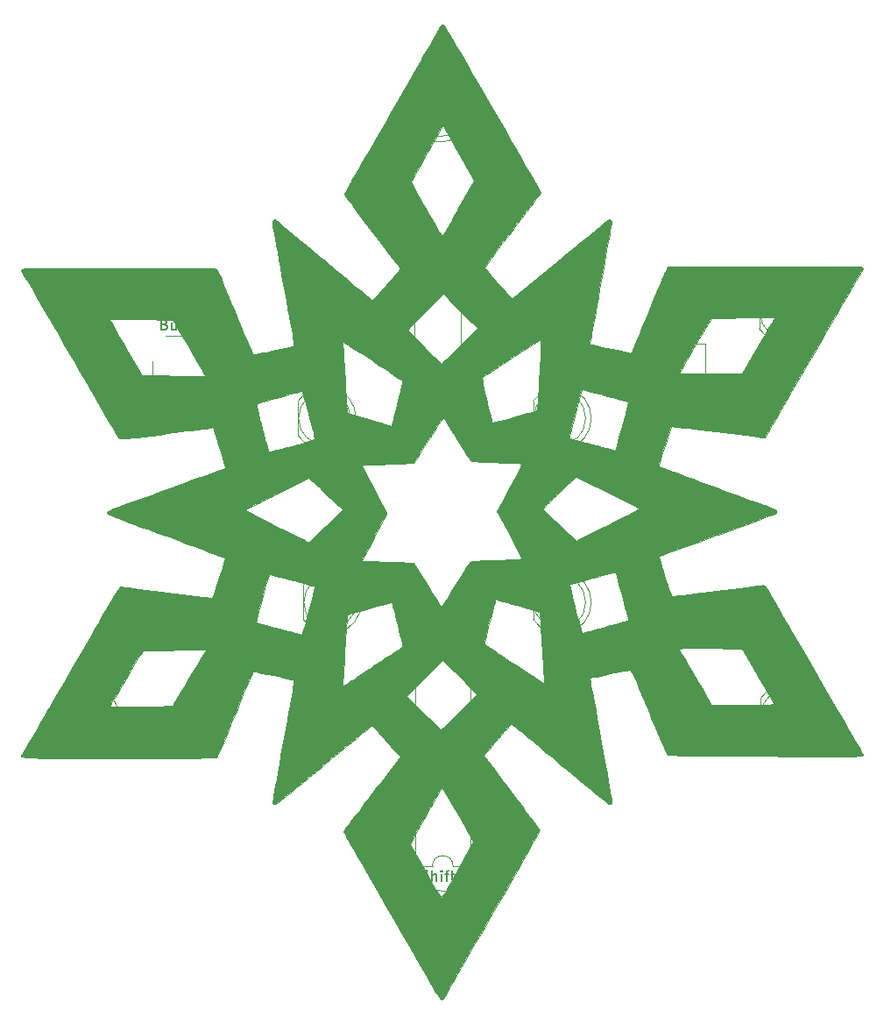
<source format=gbr>
G04 #@! TF.GenerationSoftware,KiCad,Pcbnew,(5.0.0)*
G04 #@! TF.CreationDate,2018-11-01T22:36:59-04:00*
G04 #@! TF.ProjectId,Snowflake,536E6F77666C616B652E6B696361645F,rev?*
G04 #@! TF.SameCoordinates,Original*
G04 #@! TF.FileFunction,Legend,Top*
G04 #@! TF.FilePolarity,Positive*
%FSLAX46Y46*%
G04 Gerber Fmt 4.6, Leading zero omitted, Abs format (unit mm)*
G04 Created by KiCad (PCBNEW (5.0.0)) date 11/01/18 22:36:59*
%MOMM*%
%LPD*%
G01*
G04 APERTURE LIST*
%ADD10C,0.010000*%
%ADD11C,0.120000*%
%ADD12C,0.150000*%
G04 APERTURE END LIST*
D10*
G04 #@! TO.C,G\002A\002A\002A*
G36*
X127172402Y-50880536D02*
X127229794Y-50955063D01*
X127316648Y-51083195D01*
X127435994Y-51270109D01*
X127590860Y-51520984D01*
X127784277Y-51840995D01*
X128019273Y-52235322D01*
X128298880Y-52709140D01*
X128626125Y-53267629D01*
X129004040Y-53915964D01*
X129435652Y-54659324D01*
X129923993Y-55502886D01*
X130472092Y-56451828D01*
X131082977Y-57511326D01*
X131759680Y-58686560D01*
X132505229Y-59982705D01*
X133322654Y-61404939D01*
X133730310Y-62114545D01*
X134084465Y-62730757D01*
X134451640Y-63369006D01*
X134815230Y-64000469D01*
X135158627Y-64596321D01*
X135465224Y-65127740D01*
X135718416Y-65565902D01*
X135800456Y-65707626D01*
X136032077Y-66113066D01*
X136234274Y-66477698D01*
X136395023Y-66778951D01*
X136502300Y-66994258D01*
X136544080Y-67101049D01*
X136544242Y-67103677D01*
X136498708Y-67183826D01*
X136367630Y-67374812D01*
X136159294Y-67665436D01*
X135881990Y-68044497D01*
X135544004Y-68500796D01*
X135153623Y-69023134D01*
X134719135Y-69600310D01*
X134248828Y-70221125D01*
X133849247Y-70745748D01*
X133356788Y-71392776D01*
X132894063Y-72004587D01*
X132469279Y-72570071D01*
X132090642Y-73078117D01*
X131766360Y-73517614D01*
X131504640Y-73877452D01*
X131313688Y-74146518D01*
X131201713Y-74313702D01*
X131174550Y-74366852D01*
X131229940Y-74448319D01*
X131373859Y-74626084D01*
X131591281Y-74882547D01*
X131867180Y-75200104D01*
X132186530Y-75561154D01*
X132349394Y-75743128D01*
X132693793Y-76127198D01*
X133011858Y-76483215D01*
X133286217Y-76791631D01*
X133499497Y-77032896D01*
X133634327Y-77187462D01*
X133663159Y-77221552D01*
X133822379Y-77414795D01*
X138428262Y-73583510D01*
X139158180Y-72977264D01*
X139855690Y-72399714D01*
X140511503Y-71858445D01*
X141116326Y-71361042D01*
X141660871Y-70915090D01*
X142135846Y-70528174D01*
X142531961Y-70207880D01*
X142839924Y-69961791D01*
X143050447Y-69797494D01*
X143154237Y-69722573D01*
X143161995Y-69718792D01*
X143322726Y-69733449D01*
X143406860Y-69873591D01*
X143409661Y-70128565D01*
X143391926Y-70236112D01*
X143362091Y-70393739D01*
X143308984Y-70682286D01*
X143236343Y-71081118D01*
X143147907Y-71569604D01*
X143047414Y-72127112D01*
X142938602Y-72733009D01*
X142862202Y-73159697D01*
X142728356Y-73908097D01*
X142581381Y-74729877D01*
X142429157Y-75580969D01*
X142279567Y-76417305D01*
X142140492Y-77194817D01*
X142019816Y-77869437D01*
X142008657Y-77931818D01*
X141899081Y-78542704D01*
X141789986Y-79147897D01*
X141686679Y-79718179D01*
X141594467Y-80224335D01*
X141518655Y-80637149D01*
X141464859Y-80925779D01*
X141404739Y-81255816D01*
X141360245Y-81524038D01*
X141336445Y-81698239D01*
X141335419Y-81748045D01*
X141414362Y-81771028D01*
X141617028Y-81819627D01*
X141916518Y-81887663D01*
X142285934Y-81968958D01*
X142472165Y-82009152D01*
X142946261Y-82110856D01*
X143441867Y-82217159D01*
X143904080Y-82316288D01*
X144277994Y-82396466D01*
X144318182Y-82405082D01*
X144648900Y-82476883D01*
X144933084Y-82540222D01*
X145129838Y-82585907D01*
X145185645Y-82600087D01*
X145295645Y-82584269D01*
X145394562Y-82451461D01*
X145443175Y-82344013D01*
X145548782Y-82088970D01*
X145699994Y-81725554D01*
X145889780Y-81270531D01*
X146111113Y-80740667D01*
X146356965Y-80152730D01*
X146620307Y-79523485D01*
X146894110Y-78869699D01*
X147171347Y-78208140D01*
X147444988Y-77555573D01*
X147708007Y-76928765D01*
X147953373Y-76344482D01*
X148174060Y-75819492D01*
X148363038Y-75370560D01*
X148513279Y-75014454D01*
X148617755Y-74767940D01*
X148667816Y-74651435D01*
X148842014Y-74257416D01*
X158144795Y-74220353D01*
X159407600Y-74215883D01*
X160611160Y-74212731D01*
X161747172Y-74210871D01*
X162807337Y-74210274D01*
X163783353Y-74210914D01*
X164666918Y-74212763D01*
X165449733Y-74215793D01*
X166123496Y-74219977D01*
X166679907Y-74225289D01*
X167110663Y-74231699D01*
X167407464Y-74239182D01*
X167562010Y-74247709D01*
X167582273Y-74251474D01*
X167682186Y-74359024D01*
X167716881Y-74504572D01*
X167674752Y-74617843D01*
X167645606Y-74634949D01*
X167594186Y-74704700D01*
X167473620Y-74895162D01*
X167291496Y-75193597D01*
X167055399Y-75587262D01*
X166772918Y-76063418D01*
X166451639Y-76609324D01*
X166099148Y-77212239D01*
X165723031Y-77859424D01*
X165636534Y-78008788D01*
X165184920Y-78789105D01*
X164674948Y-79670200D01*
X164125399Y-80619633D01*
X163555049Y-81604962D01*
X162982677Y-82593747D01*
X162427062Y-83553546D01*
X161906983Y-84451918D01*
X161582132Y-85013030D01*
X161162572Y-85737740D01*
X160748221Y-86453497D01*
X160348882Y-87143366D01*
X159974357Y-87790409D01*
X159634449Y-88377692D01*
X159338961Y-88888279D01*
X159097694Y-89305232D01*
X158920451Y-89611617D01*
X158876810Y-89687081D01*
X158666795Y-90042864D01*
X158477859Y-90349154D01*
X158325521Y-90581834D01*
X158225297Y-90716783D01*
X158199270Y-90740198D01*
X158082377Y-90747746D01*
X157861330Y-90733787D01*
X157583951Y-90701343D01*
X157583512Y-90701282D01*
X157018577Y-90623382D01*
X156386131Y-90538771D01*
X155702011Y-90449355D01*
X154982052Y-90357044D01*
X154242093Y-90263742D01*
X153497971Y-90171359D01*
X152765520Y-90081801D01*
X152060580Y-89996974D01*
X151398986Y-89918787D01*
X150796575Y-89849147D01*
X150269185Y-89789961D01*
X149832651Y-89743135D01*
X149502812Y-89710578D01*
X149295503Y-89694197D01*
X149226753Y-89694883D01*
X149190881Y-89777240D01*
X149116492Y-89980626D01*
X149011338Y-90281603D01*
X148883174Y-90656729D01*
X148739753Y-91082566D01*
X148588828Y-91535673D01*
X148438153Y-91992611D01*
X148295481Y-92429941D01*
X148168565Y-92824222D01*
X148065159Y-93152014D01*
X147993016Y-93389879D01*
X147959890Y-93514376D01*
X147959138Y-93527078D01*
X148032523Y-93556119D01*
X148230305Y-93630350D01*
X148532233Y-93742280D01*
X148918058Y-93884420D01*
X149367533Y-94049279D01*
X149667576Y-94158991D01*
X150115239Y-94322732D01*
X150681150Y-94530103D01*
X151339120Y-94771488D01*
X152062960Y-95037268D01*
X152826482Y-95317826D01*
X153603497Y-95603545D01*
X154367815Y-95884808D01*
X154632121Y-95982127D01*
X155335115Y-96240952D01*
X156017651Y-96492128D01*
X156661041Y-96728787D01*
X157246596Y-96944057D01*
X157755628Y-97131072D01*
X158169449Y-97282960D01*
X158469369Y-97392852D01*
X158592088Y-97437672D01*
X158992926Y-97596899D01*
X159252246Y-97733985D01*
X159379514Y-97856820D01*
X159384194Y-97973293D01*
X159325968Y-98049337D01*
X159236888Y-98092156D01*
X159014248Y-98182667D01*
X158669406Y-98316634D01*
X158213718Y-98489824D01*
X157658544Y-98698005D01*
X157015240Y-98936940D01*
X156295165Y-99202398D01*
X155509675Y-99490144D01*
X154670129Y-99795945D01*
X153787885Y-100115566D01*
X153631515Y-100172039D01*
X152745194Y-100492445D01*
X151901056Y-100798484D01*
X151110276Y-101086054D01*
X150384029Y-101351047D01*
X149733487Y-101589360D01*
X149169826Y-101796887D01*
X148704219Y-101969524D01*
X148347841Y-102103166D01*
X148111865Y-102193707D01*
X148007465Y-102237043D01*
X148003435Y-102239592D01*
X148016495Y-102319559D01*
X148070108Y-102522120D01*
X148156852Y-102823599D01*
X148269306Y-103200315D01*
X148400048Y-103628590D01*
X148541657Y-104084747D01*
X148686712Y-104545106D01*
X148827791Y-104985989D01*
X148957473Y-105383719D01*
X149068336Y-105714616D01*
X149152960Y-105955002D01*
X149203922Y-106081198D01*
X149211139Y-106092836D01*
X149290139Y-106088605D01*
X149507997Y-106066148D01*
X149850922Y-106027137D01*
X150305125Y-105973242D01*
X150856816Y-105906137D01*
X151492203Y-105827493D01*
X152197498Y-105738981D01*
X152958910Y-105642273D01*
X153496968Y-105573291D01*
X154296424Y-105470953D01*
X155055425Y-105374828D01*
X155759259Y-105286710D01*
X156393214Y-105208391D01*
X156942579Y-105141665D01*
X157392643Y-105088325D01*
X157728693Y-105050165D01*
X157936018Y-105028978D01*
X157993747Y-105025151D01*
X158186920Y-105054273D01*
X158308914Y-105121363D01*
X158360480Y-105203558D01*
X158482180Y-105407280D01*
X158667138Y-105720762D01*
X158908480Y-106132239D01*
X159199330Y-106629944D01*
X159532813Y-107202111D01*
X159902053Y-107836974D01*
X160300176Y-108522768D01*
X160720306Y-109247725D01*
X160748819Y-109296969D01*
X161632544Y-110823159D01*
X162463865Y-112258462D01*
X163240883Y-113599606D01*
X163961700Y-114843323D01*
X164624417Y-115986341D01*
X165227136Y-117025390D01*
X165767956Y-117957201D01*
X166244981Y-118778502D01*
X166656311Y-119486024D01*
X167000047Y-120076497D01*
X167274291Y-120546649D01*
X167477145Y-120893211D01*
X167606709Y-121112912D01*
X167660470Y-121201578D01*
X167703480Y-121343919D01*
X167642486Y-121455187D01*
X167618002Y-121473941D01*
X167572073Y-121490604D01*
X167496629Y-121505237D01*
X167383601Y-121517906D01*
X167224920Y-121528672D01*
X167012517Y-121537600D01*
X166738322Y-121544754D01*
X166394266Y-121550196D01*
X165972281Y-121553990D01*
X165464297Y-121556200D01*
X164862245Y-121556890D01*
X164158055Y-121556122D01*
X163343659Y-121553960D01*
X162410986Y-121550467D01*
X161351969Y-121545708D01*
X160158538Y-121539746D01*
X158822624Y-121532644D01*
X158218161Y-121529342D01*
X156705567Y-121520588D01*
X155342107Y-121511737D01*
X154122977Y-121502719D01*
X153043371Y-121493464D01*
X152098483Y-121483900D01*
X151283510Y-121473957D01*
X150593645Y-121463564D01*
X150024084Y-121452651D01*
X149570022Y-121441148D01*
X149226653Y-121428983D01*
X148989173Y-121416086D01*
X148852775Y-121402387D01*
X148813551Y-121391188D01*
X148769218Y-121305816D01*
X148671697Y-121091120D01*
X148526529Y-120760075D01*
X148339253Y-120325655D01*
X148115408Y-119800833D01*
X147860534Y-119198582D01*
X147580171Y-118531878D01*
X147279859Y-117813693D01*
X147043248Y-117245180D01*
X146672678Y-116355026D01*
X146355516Y-115598012D01*
X146087452Y-114964566D01*
X145864179Y-114445118D01*
X145681387Y-114030097D01*
X145534767Y-113709932D01*
X145420011Y-113475053D01*
X145332809Y-113315889D01*
X145268852Y-113222868D01*
X145223833Y-113186421D01*
X145215301Y-113185028D01*
X145114431Y-113199779D01*
X144890640Y-113241091D01*
X144568682Y-113303838D01*
X144173309Y-113382897D01*
X143729277Y-113473140D01*
X143261339Y-113569442D01*
X142794249Y-113666678D01*
X142352761Y-113759722D01*
X141961629Y-113843448D01*
X141645606Y-113912731D01*
X141429448Y-113962445D01*
X141337907Y-113987465D01*
X141336870Y-113988106D01*
X141347377Y-114064219D01*
X141383383Y-114280087D01*
X141442812Y-114624015D01*
X141523585Y-115084309D01*
X141623622Y-115649275D01*
X141740847Y-116307217D01*
X141873180Y-117046443D01*
X142018544Y-117855257D01*
X142174860Y-118721965D01*
X142340050Y-119634874D01*
X142357568Y-119731514D01*
X142525073Y-120658624D01*
X142684692Y-121548296D01*
X142834233Y-122387919D01*
X142971500Y-123164882D01*
X143094300Y-123866575D01*
X143200439Y-124480388D01*
X143287722Y-124993711D01*
X143353956Y-125393933D01*
X143396946Y-125668444D01*
X143414499Y-125804634D01*
X143414638Y-125806969D01*
X143416043Y-126025310D01*
X143379398Y-126133425D01*
X143289212Y-126173368D01*
X143279091Y-126174896D01*
X143200754Y-126140300D01*
X143030967Y-126025526D01*
X142766793Y-125828210D01*
X142405291Y-125545987D01*
X142010012Y-125229697D01*
X142778788Y-125229697D01*
X142817273Y-125268182D01*
X142855758Y-125229697D01*
X142817273Y-125191212D01*
X142778788Y-125229697D01*
X142010012Y-125229697D01*
X141943523Y-125176495D01*
X141378550Y-124717369D01*
X140707432Y-124166245D01*
X139927231Y-123520760D01*
X139035008Y-122778549D01*
X138470241Y-122307169D01*
X137739189Y-121696832D01*
X137042267Y-121115915D01*
X136388489Y-120571875D01*
X135786868Y-120072168D01*
X135246417Y-119624251D01*
X134776150Y-119235583D01*
X134385079Y-118913619D01*
X134082218Y-118665817D01*
X133876581Y-118499635D01*
X133777180Y-118422529D01*
X133769361Y-118417879D01*
X133695585Y-118473492D01*
X133540490Y-118627795D01*
X133320431Y-118861979D01*
X133051761Y-119157236D01*
X132750835Y-119494759D01*
X132434009Y-119855739D01*
X132117636Y-120221369D01*
X131818071Y-120572842D01*
X131551670Y-120891348D01*
X131334785Y-121158081D01*
X131183773Y-121354232D01*
X131114987Y-121460993D01*
X131112861Y-121472861D01*
X131165438Y-121551199D01*
X131302942Y-121740664D01*
X131516925Y-122029994D01*
X131798944Y-122407927D01*
X132140553Y-122863201D01*
X132533306Y-123384553D01*
X132968758Y-123960722D01*
X133438463Y-124580446D01*
X133809426Y-125068738D01*
X134298542Y-125713899D01*
X134758536Y-126324503D01*
X135181091Y-126889249D01*
X135557890Y-127396835D01*
X135880616Y-127835961D01*
X136140951Y-128195324D01*
X136330579Y-128463625D01*
X136441182Y-128629562D01*
X136467273Y-128680153D01*
X136443748Y-128739318D01*
X136371898Y-128880793D01*
X136249809Y-129107931D01*
X136075567Y-129424084D01*
X135847260Y-129832607D01*
X135562973Y-130336851D01*
X135220793Y-130940170D01*
X134818807Y-131645917D01*
X134355101Y-132457445D01*
X133827761Y-133378106D01*
X133234875Y-134411255D01*
X132574527Y-135560242D01*
X131844806Y-136828423D01*
X131043797Y-138219149D01*
X130169587Y-139735774D01*
X129220262Y-141381650D01*
X129069518Y-141642917D01*
X128718178Y-142252533D01*
X128385563Y-142831004D01*
X128080755Y-143362438D01*
X127812833Y-143830943D01*
X127590881Y-144220627D01*
X127423979Y-144515597D01*
X127321209Y-144699962D01*
X127299168Y-144740948D01*
X127162376Y-144955194D01*
X127031220Y-145040572D01*
X126890934Y-144992912D01*
X126726751Y-144808045D01*
X126551528Y-144529848D01*
X126444176Y-144344224D01*
X126266744Y-144036773D01*
X126025914Y-143619104D01*
X125728368Y-143102825D01*
X125380789Y-142499545D01*
X124989858Y-141820872D01*
X124562258Y-141078415D01*
X124104670Y-140283781D01*
X123623777Y-139448580D01*
X123126261Y-138584420D01*
X122618804Y-137702910D01*
X122108088Y-136815657D01*
X121600795Y-135934270D01*
X121103608Y-135070359D01*
X120623208Y-134235530D01*
X120166277Y-133441393D01*
X119739498Y-132699556D01*
X119349552Y-132021628D01*
X119003122Y-131419216D01*
X118706890Y-130903930D01*
X118467538Y-130487378D01*
X118291748Y-130181169D01*
X118213322Y-130044332D01*
X118197063Y-130015734D01*
X123977257Y-130015734D01*
X125464822Y-132646804D01*
X125856105Y-133336183D01*
X126179787Y-133899969D01*
X126441856Y-134347777D01*
X126648300Y-134689225D01*
X126805108Y-134933928D01*
X126918268Y-135091504D01*
X126993770Y-135171569D01*
X127037601Y-135183739D01*
X127042245Y-135179846D01*
X127098844Y-135092812D01*
X127221854Y-134886514D01*
X127402590Y-134576067D01*
X127632367Y-134176586D01*
X127902500Y-133703187D01*
X128204304Y-133170985D01*
X128529094Y-132595095D01*
X128607086Y-132456355D01*
X130082070Y-129830892D01*
X128598792Y-127203163D01*
X128270409Y-126624723D01*
X127964044Y-126091426D01*
X127688146Y-125617507D01*
X127451168Y-125217203D01*
X127261560Y-124904750D01*
X127127772Y-124694384D01*
X127058256Y-124600340D01*
X127051580Y-124596746D01*
X126996715Y-124667115D01*
X126878399Y-124852450D01*
X126708292Y-125133343D01*
X126498053Y-125490388D01*
X126259342Y-125904178D01*
X126138267Y-126116907D01*
X125860004Y-126607782D01*
X125577945Y-127105066D01*
X125311101Y-127575261D01*
X125078485Y-127984871D01*
X124899107Y-128300398D01*
X124872600Y-128346969D01*
X124669369Y-128708675D01*
X124465304Y-129079830D01*
X124290802Y-129404810D01*
X124216783Y-129546958D01*
X123977257Y-130015734D01*
X118197063Y-130015734D01*
X117994046Y-129658655D01*
X117804140Y-129319668D01*
X117655864Y-129049664D01*
X117561477Y-128870933D01*
X117532727Y-128806767D01*
X117577294Y-128733540D01*
X117701659Y-128557358D01*
X117891816Y-128297326D01*
X118133763Y-127972549D01*
X118413494Y-127602132D01*
X118475606Y-127520493D01*
X118748813Y-127161854D01*
X119096810Y-126705035D01*
X119501103Y-126174314D01*
X119943199Y-125593968D01*
X120404604Y-124988273D01*
X120866823Y-124381507D01*
X121213622Y-123926255D01*
X123008759Y-121569728D01*
X121790895Y-120216524D01*
X121439972Y-119825830D01*
X121118000Y-119465905D01*
X120841174Y-119154972D01*
X120625691Y-118911254D01*
X120487746Y-118752971D01*
X120449579Y-118707407D01*
X120328869Y-118600335D01*
X120244250Y-118580898D01*
X120173363Y-118633697D01*
X119993505Y-118777448D01*
X119713937Y-119004522D01*
X119343923Y-119307293D01*
X118892726Y-119678132D01*
X118369609Y-120109413D01*
X117783834Y-120593507D01*
X117144664Y-121122787D01*
X116461364Y-121689626D01*
X115743194Y-122286395D01*
X115634432Y-122376857D01*
X114909760Y-122978258D01*
X114216486Y-123550855D01*
X113564096Y-124086983D01*
X112962072Y-124578976D01*
X112419900Y-125019168D01*
X111947062Y-125399893D01*
X111553042Y-125713484D01*
X111247325Y-125952275D01*
X111039395Y-126108601D01*
X110938734Y-126174795D01*
X110933901Y-126176405D01*
X110768710Y-126154833D01*
X110712235Y-126081514D01*
X110707997Y-125962796D01*
X110729853Y-125723941D01*
X110773990Y-125395818D01*
X110794661Y-125268182D01*
X111298182Y-125268182D01*
X111326344Y-125331536D01*
X111349495Y-125319495D01*
X111358707Y-125228150D01*
X111349495Y-125216868D01*
X111303737Y-125227434D01*
X111298182Y-125268182D01*
X110794661Y-125268182D01*
X110836590Y-125009298D01*
X110863158Y-124860451D01*
X110946242Y-124404689D01*
X111052225Y-123820752D01*
X111176903Y-123131998D01*
X111316070Y-122361785D01*
X111465519Y-121533473D01*
X111621047Y-120670421D01*
X111778446Y-119795986D01*
X111933512Y-118933528D01*
X112082039Y-118106406D01*
X112219822Y-117337977D01*
X112342654Y-116651602D01*
X112446331Y-116070638D01*
X112498101Y-115779515D01*
X112507792Y-115723893D01*
X123653147Y-115723893D01*
X125268159Y-117340280D01*
X125678371Y-117748295D01*
X126055448Y-118118493D01*
X126385261Y-118437386D01*
X126653680Y-118691485D01*
X126846576Y-118867303D01*
X126949818Y-118951353D01*
X126961484Y-118956666D01*
X127033303Y-118904134D01*
X127199598Y-118755319D01*
X127446597Y-118523391D01*
X127760532Y-118221522D01*
X128127631Y-117862883D01*
X128534125Y-117460646D01*
X128732036Y-117263116D01*
X130424274Y-115569565D01*
X128769433Y-113914723D01*
X127114592Y-112259882D01*
X125383869Y-113991888D01*
X123653147Y-115723893D01*
X112507792Y-115723893D01*
X112580962Y-115303931D01*
X112651464Y-114882272D01*
X112700105Y-114574866D01*
X117462745Y-114574866D01*
X117480653Y-114682590D01*
X117520700Y-114711268D01*
X117545844Y-114705233D01*
X117633360Y-114654468D01*
X117834268Y-114528452D01*
X118133577Y-114336879D01*
X118516295Y-114089443D01*
X118967433Y-113795837D01*
X119472000Y-113465754D01*
X120015004Y-113108888D01*
X120038177Y-113093623D01*
X120598133Y-112724878D01*
X121133559Y-112372567D01*
X121626946Y-112048188D01*
X122060788Y-111763243D01*
X122417575Y-111529229D01*
X122679802Y-111357647D01*
X122824394Y-111263583D01*
X123036395Y-111109773D01*
X123182717Y-110971066D01*
X123228485Y-110889113D01*
X123210587Y-110770606D01*
X123177851Y-110614806D01*
X131118538Y-110614806D01*
X131174034Y-110676332D01*
X131343872Y-110810810D01*
X131613092Y-111007656D01*
X131966733Y-111256287D01*
X132389835Y-111546122D01*
X132867435Y-111866578D01*
X133183029Y-112075126D01*
X133733044Y-112436851D01*
X134280000Y-112797200D01*
X134800389Y-113140638D01*
X135270706Y-113451635D01*
X135667446Y-113714656D01*
X135967101Y-113914170D01*
X136043939Y-113965614D01*
X136347783Y-114166384D01*
X136606687Y-114331625D01*
X136793288Y-114444270D01*
X136880222Y-114487255D01*
X136880330Y-114487264D01*
X136908139Y-114420503D01*
X136915000Y-114241160D01*
X136901301Y-114011363D01*
X136886575Y-113825112D01*
X136864692Y-113505691D01*
X136836920Y-113073636D01*
X136804526Y-112549487D01*
X136768780Y-111953780D01*
X136730951Y-111307054D01*
X136721823Y-111147098D01*
X149936970Y-111147098D01*
X149974484Y-111222347D01*
X150079670Y-111410725D01*
X150241494Y-111693062D01*
X150448922Y-112050191D01*
X150690918Y-112462942D01*
X150834172Y-112705734D01*
X151148134Y-113237226D01*
X151487895Y-113813312D01*
X151827783Y-114390398D01*
X152142123Y-114924891D01*
X152405241Y-115373198D01*
X152419081Y-115396818D01*
X153106788Y-116570606D01*
X156146475Y-116570606D01*
X156952138Y-116568774D01*
X157644057Y-116563396D01*
X158215132Y-116554645D01*
X158658262Y-116542696D01*
X158966347Y-116527722D01*
X159132287Y-116509898D01*
X159160505Y-116496697D01*
X159116979Y-116416081D01*
X159003746Y-116217579D01*
X158829352Y-115915873D01*
X158602344Y-115525642D01*
X158331267Y-115061569D01*
X158024667Y-114538334D01*
X157691089Y-113970618D01*
X157598263Y-113812898D01*
X156061678Y-111203009D01*
X155443112Y-111154844D01*
X155215401Y-111142733D01*
X154879051Y-111132339D01*
X154454886Y-111123691D01*
X153963730Y-111116820D01*
X153426407Y-111111754D01*
X152863742Y-111108523D01*
X152296558Y-111107156D01*
X151745679Y-111107682D01*
X151231929Y-111110130D01*
X150776133Y-111114531D01*
X150399114Y-111120912D01*
X150121696Y-111129305D01*
X149964704Y-111139736D01*
X149936970Y-111147098D01*
X136721823Y-111147098D01*
X136692305Y-110629846D01*
X136690932Y-110605454D01*
X136652841Y-109949554D01*
X136615333Y-109342404D01*
X136579631Y-108801063D01*
X136546959Y-108342589D01*
X136518541Y-107984040D01*
X136495602Y-107742474D01*
X136479364Y-107634949D01*
X136477537Y-107631389D01*
X136386421Y-107589919D01*
X136182513Y-107519558D01*
X135901460Y-107432208D01*
X135736061Y-107383850D01*
X135283700Y-107254049D01*
X134794142Y-107113071D01*
X134290429Y-106967607D01*
X133795601Y-106824344D01*
X133332699Y-106689971D01*
X132924766Y-106571178D01*
X132594841Y-106474653D01*
X132365966Y-106407084D01*
X132261183Y-106375161D01*
X132260049Y-106374773D01*
X132211884Y-106438472D01*
X132133710Y-106651357D01*
X132026022Y-107011729D01*
X131889316Y-107517888D01*
X131724090Y-108168134D01*
X131657981Y-108436111D01*
X131523678Y-108983406D01*
X131400612Y-109483413D01*
X131293729Y-109916154D01*
X131207976Y-110261653D01*
X131148299Y-110499931D01*
X131119645Y-110611012D01*
X131118538Y-110614806D01*
X123177851Y-110614806D01*
X123160744Y-110533392D01*
X123084732Y-110200404D01*
X122988329Y-109794573D01*
X122877312Y-109338833D01*
X122757456Y-108856115D01*
X122634540Y-108369353D01*
X122514339Y-107901479D01*
X122402630Y-107475426D01*
X122305191Y-107114126D01*
X122227797Y-106840512D01*
X122176226Y-106677517D01*
X122158503Y-106641515D01*
X122071437Y-106662153D01*
X121858809Y-106719908D01*
X121542766Y-106808546D01*
X121145454Y-106921828D01*
X120689021Y-107053520D01*
X120491404Y-107110959D01*
X119983000Y-107258847D01*
X119492739Y-107401100D01*
X119051178Y-107528878D01*
X118688875Y-107633342D01*
X118436386Y-107705654D01*
X118395187Y-107717337D01*
X118143738Y-107791394D01*
X117959284Y-107851345D01*
X117884189Y-107882893D01*
X117873562Y-107963669D01*
X117855217Y-108180503D01*
X117830376Y-108515774D01*
X117800260Y-108951862D01*
X117766090Y-109471145D01*
X117729087Y-110056002D01*
X117695481Y-110605454D01*
X117655222Y-111271510D01*
X117615681Y-111920999D01*
X117578351Y-112529749D01*
X117544724Y-113073585D01*
X117516292Y-113528333D01*
X117494549Y-113869819D01*
X117484450Y-114023459D01*
X117464752Y-114363390D01*
X117462745Y-114574866D01*
X112700105Y-114574866D01*
X112706088Y-114537059D01*
X112741312Y-114290810D01*
X112753615Y-114166044D01*
X112752041Y-114155365D01*
X112671676Y-114133548D01*
X112460809Y-114084955D01*
X112139679Y-114014009D01*
X111728528Y-113925134D01*
X111247599Y-113822750D01*
X110771119Y-113722562D01*
X110146332Y-113593819D01*
X109657385Y-113497769D01*
X109290183Y-113432230D01*
X109030629Y-113395017D01*
X108864628Y-113383948D01*
X108778083Y-113396841D01*
X108760462Y-113411159D01*
X108720476Y-113498316D01*
X108626800Y-113714505D01*
X108484952Y-114046663D01*
X108300453Y-114481725D01*
X108078821Y-115006627D01*
X107825576Y-115608304D01*
X107546237Y-116273692D01*
X107246322Y-116989727D01*
X107024035Y-117521416D01*
X106712573Y-118265561D01*
X106417302Y-118968306D01*
X106143788Y-119616584D01*
X105897601Y-120197325D01*
X105684307Y-120697462D01*
X105509474Y-121103925D01*
X105378672Y-121403645D01*
X105297466Y-121583554D01*
X105272994Y-121631363D01*
X105232444Y-121646298D01*
X105130494Y-121659712D01*
X104960295Y-121671674D01*
X104714999Y-121682255D01*
X104387756Y-121691524D01*
X103971716Y-121699552D01*
X103460031Y-121706409D01*
X102845851Y-121712165D01*
X102122328Y-121716890D01*
X101282611Y-121720654D01*
X100319852Y-121723526D01*
X99227201Y-121725578D01*
X97997810Y-121726879D01*
X96624829Y-121727499D01*
X95865758Y-121727576D01*
X94442645Y-121727774D01*
X93165838Y-121728090D01*
X92027704Y-121728102D01*
X91020611Y-121727390D01*
X90136927Y-121725533D01*
X89369018Y-121722110D01*
X88709253Y-121716700D01*
X88149999Y-121708882D01*
X87683622Y-121698237D01*
X87302492Y-121684342D01*
X86998974Y-121666778D01*
X86765438Y-121645123D01*
X86594249Y-121618957D01*
X86477776Y-121587859D01*
X86408386Y-121551408D01*
X86378446Y-121509184D01*
X86380325Y-121460766D01*
X86406389Y-121405732D01*
X86449006Y-121343663D01*
X86500544Y-121274137D01*
X86542577Y-121213616D01*
X86616209Y-121093397D01*
X86759211Y-120852924D01*
X86963962Y-120505246D01*
X87222839Y-120063410D01*
X87528218Y-119540466D01*
X87872477Y-118949460D01*
X88247993Y-118303440D01*
X88647144Y-117615456D01*
X88940288Y-117109394D01*
X89163061Y-116724545D01*
X94885932Y-116724545D01*
X97925663Y-116724545D01*
X98733492Y-116723433D01*
X99398891Y-116719861D01*
X99933352Y-116713473D01*
X100348370Y-116703915D01*
X100655437Y-116690832D01*
X100866049Y-116673870D01*
X100991698Y-116652673D01*
X101042803Y-116628333D01*
X101093470Y-116548313D01*
X101212547Y-116352043D01*
X101390315Y-116055911D01*
X101617051Y-115676305D01*
X101883036Y-115229612D01*
X102178548Y-114732220D01*
X102493867Y-114200518D01*
X102819271Y-113650893D01*
X103145041Y-113099732D01*
X103461455Y-112563425D01*
X103758792Y-112058358D01*
X104027331Y-111600920D01*
X104200577Y-111304801D01*
X104136608Y-111288094D01*
X103929800Y-111276137D01*
X103591183Y-111269005D01*
X103131785Y-111266776D01*
X102562637Y-111269524D01*
X101894767Y-111277328D01*
X101400678Y-111285367D01*
X100744172Y-111297023D01*
X100128081Y-111307750D01*
X99571344Y-111317235D01*
X99092904Y-111325165D01*
X98711701Y-111331224D01*
X98446675Y-111335099D01*
X98317206Y-111336475D01*
X98253030Y-111340225D01*
X98191196Y-111359655D01*
X98123190Y-111407200D01*
X98040497Y-111495291D01*
X97934603Y-111636364D01*
X97796993Y-111842850D01*
X97619152Y-112127184D01*
X97392566Y-112501799D01*
X97108720Y-112979127D01*
X96759099Y-113571603D01*
X96590800Y-113857424D01*
X96253685Y-114429715D01*
X95937621Y-114965556D01*
X95651938Y-115449183D01*
X95405965Y-115864836D01*
X95209029Y-116196752D01*
X95070459Y-116429169D01*
X94999585Y-116546324D01*
X94996408Y-116551363D01*
X94885932Y-116724545D01*
X89163061Y-116724545D01*
X89797390Y-115628720D01*
X90580684Y-114275509D01*
X91293567Y-113044040D01*
X91939435Y-111928595D01*
X92521682Y-110923456D01*
X93043706Y-110022905D01*
X93508902Y-109221222D01*
X93878376Y-108585459D01*
X109078212Y-108585459D01*
X109086099Y-108611453D01*
X109168873Y-108642071D01*
X109379091Y-108706002D01*
X109695389Y-108797149D01*
X110096404Y-108909414D01*
X110560769Y-109036700D01*
X110847288Y-109114086D01*
X111363884Y-109252961D01*
X111853378Y-109384708D01*
X112288447Y-109501960D01*
X112641770Y-109597352D01*
X112886023Y-109663518D01*
X112953030Y-109681783D01*
X113196689Y-109743513D01*
X113390140Y-109783789D01*
X113453333Y-109791849D01*
X113497581Y-109755839D01*
X113556682Y-109637130D01*
X113634213Y-109424353D01*
X113733753Y-109106139D01*
X113858880Y-108671119D01*
X114013171Y-108107925D01*
X114178348Y-107488039D01*
X114327392Y-106916666D01*
X114460283Y-106393795D01*
X114572639Y-105937758D01*
X114660077Y-105566889D01*
X114718212Y-105299522D01*
X114742662Y-105153991D01*
X114741375Y-105132991D01*
X114653898Y-105098426D01*
X114440444Y-105032453D01*
X114123973Y-104941142D01*
X113727443Y-104830569D01*
X113273815Y-104706804D01*
X112786047Y-104575922D01*
X112287100Y-104443996D01*
X111799932Y-104317098D01*
X111347503Y-104201301D01*
X110952772Y-104102679D01*
X110638699Y-104027304D01*
X110428243Y-103981249D01*
X110345242Y-103970172D01*
X110302910Y-104049064D01*
X110228546Y-104255275D01*
X110128938Y-104567158D01*
X110010874Y-104963068D01*
X109881141Y-105421358D01*
X109819666Y-105646226D01*
X109616950Y-106397760D01*
X109452042Y-107013790D01*
X109321759Y-107507193D01*
X109222915Y-107890844D01*
X109152323Y-108177620D01*
X109106799Y-108380396D01*
X109083157Y-108512051D01*
X109078212Y-108585459D01*
X93878376Y-108585459D01*
X93920667Y-108512689D01*
X94282395Y-107891587D01*
X94597484Y-107352199D01*
X94869329Y-106888804D01*
X95101325Y-106495685D01*
X95296870Y-106167123D01*
X95459359Y-105897399D01*
X95592188Y-105680795D01*
X95698752Y-105511593D01*
X95782449Y-105384072D01*
X95846673Y-105292516D01*
X95894821Y-105231206D01*
X95930289Y-105194422D01*
X95956473Y-105176446D01*
X95976768Y-105171560D01*
X95994571Y-105174045D01*
X96013277Y-105178183D01*
X96025040Y-105179091D01*
X96133145Y-105188718D01*
X96379361Y-105216400D01*
X96749145Y-105260341D01*
X97227954Y-105318741D01*
X97801244Y-105389805D01*
X98454473Y-105471734D01*
X99173097Y-105562730D01*
X99942574Y-105660996D01*
X100414509Y-105721653D01*
X101205856Y-105822864D01*
X101953930Y-105917115D01*
X102644337Y-106002689D01*
X103262685Y-106077869D01*
X103794579Y-106140939D01*
X104225626Y-106190183D01*
X104541434Y-106223883D01*
X104727609Y-106240324D01*
X104771049Y-106241198D01*
X104825736Y-106207492D01*
X104890845Y-106112787D01*
X104972377Y-105942212D01*
X105076330Y-105680896D01*
X105208702Y-105313968D01*
X105375494Y-104826556D01*
X105536390Y-104343967D01*
X105701773Y-103834397D01*
X105845479Y-103372541D01*
X105961751Y-102978513D01*
X106044832Y-102672427D01*
X106047750Y-102659333D01*
X119303030Y-102659333D01*
X119376456Y-102671242D01*
X119582643Y-102685771D01*
X119900454Y-102701924D01*
X120308753Y-102718707D01*
X120786405Y-102735125D01*
X121131061Y-102745326D01*
X121693463Y-102762164D01*
X122247292Y-102780966D01*
X122759725Y-102800455D01*
X123197939Y-102819349D01*
X123529110Y-102836369D01*
X123629895Y-102842755D01*
X124300699Y-102889436D01*
X125617841Y-104996385D01*
X125938261Y-105506385D01*
X126233696Y-105971723D01*
X126494120Y-106376991D01*
X126709507Y-106706780D01*
X126869834Y-106945680D01*
X126965074Y-107078283D01*
X126986734Y-107100418D01*
X127038474Y-107036712D01*
X127160642Y-106857567D01*
X127343105Y-106578719D01*
X127575731Y-106215905D01*
X127848387Y-105784864D01*
X128150940Y-105301330D01*
X128308485Y-105047664D01*
X128313859Y-105039013D01*
X139386680Y-105039013D01*
X139424382Y-105277245D01*
X139507698Y-105660042D01*
X139636374Y-106186252D01*
X139810153Y-106854725D01*
X139857330Y-107031668D01*
X140004837Y-107582908D01*
X140142809Y-108099015D01*
X140265162Y-108557191D01*
X140365813Y-108934639D01*
X140438676Y-109208561D01*
X140477288Y-109354697D01*
X140534332Y-109538443D01*
X140582851Y-109637668D01*
X140592115Y-109643333D01*
X140673728Y-109624189D01*
X140885091Y-109570072D01*
X141207286Y-109485953D01*
X141621397Y-109376802D01*
X142108506Y-109247592D01*
X142649696Y-109103292D01*
X142791066Y-109065485D01*
X143345150Y-108916354D01*
X143851704Y-108778368D01*
X144291382Y-108656926D01*
X144644843Y-108557429D01*
X144892743Y-108485278D01*
X145015737Y-108445874D01*
X145024437Y-108441942D01*
X145065502Y-108341933D01*
X145052610Y-108276988D01*
X145021564Y-108174243D01*
X144956375Y-107942643D01*
X144862490Y-107602096D01*
X144745359Y-107172508D01*
X144610429Y-106673787D01*
X144463149Y-106125838D01*
X144431029Y-106005887D01*
X144282563Y-105453683D01*
X144145745Y-104949790D01*
X144025898Y-104513421D01*
X143928348Y-104163790D01*
X143858417Y-103920111D01*
X143821430Y-103801596D01*
X143818147Y-103794071D01*
X143732349Y-103785933D01*
X143537050Y-103817284D01*
X143269638Y-103881559D01*
X143183723Y-103905482D01*
X142920869Y-103979076D01*
X142543604Y-104082247D01*
X142086462Y-104205674D01*
X141583976Y-104340038D01*
X141070680Y-104476018D01*
X141031687Y-104486292D01*
X140562167Y-104611284D01*
X140141590Y-104725797D01*
X139793359Y-104823251D01*
X139540876Y-104897066D01*
X139407544Y-104940662D01*
X139394848Y-104946497D01*
X139386680Y-105039013D01*
X128313859Y-105039013D01*
X128626915Y-104535148D01*
X128924325Y-104059209D01*
X129189733Y-103637205D01*
X129412161Y-103286495D01*
X129580629Y-103024438D01*
X129684156Y-102868391D01*
X129706375Y-102837700D01*
X129748504Y-102792910D01*
X129806943Y-102756465D01*
X129898341Y-102726796D01*
X130039347Y-102702336D01*
X130246610Y-102681516D01*
X130536778Y-102662768D01*
X130926501Y-102644523D01*
X131432427Y-102625214D01*
X132071205Y-102603272D01*
X132262928Y-102596881D01*
X132859396Y-102575626D01*
X133405785Y-102553400D01*
X133883271Y-102531186D01*
X134273026Y-102509966D01*
X134556225Y-102490723D01*
X134714041Y-102474440D01*
X134740228Y-102467549D01*
X134717093Y-102390480D01*
X134629141Y-102193906D01*
X134484396Y-101893941D01*
X134290876Y-101506697D01*
X134056605Y-101048287D01*
X133789601Y-100534825D01*
X133582207Y-100141246D01*
X132375548Y-97863579D01*
X132498882Y-97633735D01*
X136792221Y-97633735D01*
X136854411Y-97704594D01*
X137010687Y-97862974D01*
X137243881Y-98092548D01*
X137536830Y-98376991D01*
X137872368Y-98699977D01*
X138233331Y-99045180D01*
X138602553Y-99396275D01*
X138962870Y-99736935D01*
X139297116Y-100050834D01*
X139588126Y-100321648D01*
X139818736Y-100533050D01*
X139971780Y-100668714D01*
X140029348Y-100712600D01*
X140109808Y-100679749D01*
X140311600Y-100585354D01*
X140618650Y-100437273D01*
X141014885Y-100243367D01*
X141484229Y-100011495D01*
X142010610Y-99749516D01*
X142492378Y-99508278D01*
X143087788Y-99208700D01*
X143668260Y-98915474D01*
X144212094Y-98639645D01*
X144697591Y-98392262D01*
X145103051Y-98184372D01*
X145406774Y-98027022D01*
X145540445Y-97956499D01*
X146185435Y-97611290D01*
X143154384Y-96088156D01*
X142519392Y-95770137D01*
X141924875Y-95474451D01*
X141385314Y-95208149D01*
X140915192Y-94978286D01*
X140528991Y-94791914D01*
X140241192Y-94656086D01*
X140066278Y-94577856D01*
X140018988Y-94561147D01*
X139941349Y-94610966D01*
X139772633Y-94751538D01*
X139529928Y-94966593D01*
X139230319Y-95239859D01*
X138890894Y-95555068D01*
X138528739Y-95895948D01*
X138160941Y-96246230D01*
X137804586Y-96589643D01*
X137476762Y-96909917D01*
X137194554Y-97190783D01*
X136975050Y-97415968D01*
X136835335Y-97569205D01*
X136792221Y-97633735D01*
X132498882Y-97633735D01*
X133025144Y-96653002D01*
X133482039Y-95799074D01*
X133865955Y-95076111D01*
X134178726Y-94480540D01*
X134422185Y-94008787D01*
X134598167Y-93657279D01*
X134708503Y-93422443D01*
X134755029Y-93300706D01*
X134755242Y-93281403D01*
X134672327Y-93270030D01*
X134454445Y-93254787D01*
X134120494Y-93236594D01*
X133689372Y-93216370D01*
X133179976Y-93195034D01*
X132611205Y-93173504D01*
X132341441Y-93164015D01*
X131749579Y-93143028D01*
X131206300Y-93122511D01*
X130730970Y-93103292D01*
X130342958Y-93086203D01*
X130061630Y-93072073D01*
X129906353Y-93061734D01*
X129883041Y-93058624D01*
X129823696Y-92989691D01*
X129694164Y-92805895D01*
X129505059Y-92523401D01*
X129266994Y-92158378D01*
X128990582Y-91726991D01*
X128686437Y-91245406D01*
X128560699Y-91044433D01*
X128390258Y-90771754D01*
X139373400Y-90771754D01*
X139374227Y-90793778D01*
X139460623Y-90826268D01*
X139676365Y-90892263D01*
X140001890Y-90986221D01*
X140417638Y-91102603D01*
X140904048Y-91235868D01*
X141441559Y-91380474D01*
X141507666Y-91398087D01*
X142048401Y-91542840D01*
X142539059Y-91675795D01*
X142960373Y-91791602D01*
X143293077Y-91884910D01*
X143517905Y-91950369D01*
X143615589Y-91982630D01*
X143617919Y-91984080D01*
X143685125Y-92015678D01*
X143754892Y-91965006D01*
X143833474Y-91817891D01*
X143927123Y-91560161D01*
X144042095Y-91177646D01*
X144155168Y-90766515D01*
X144297768Y-90236435D01*
X144455873Y-89650914D01*
X144612666Y-89072105D01*
X144751329Y-88562163D01*
X144785163Y-88438182D01*
X144886033Y-88052859D01*
X144964506Y-87721378D01*
X145014690Y-87471329D01*
X145030694Y-87330300D01*
X145025981Y-87310370D01*
X144938946Y-87276960D01*
X144724966Y-87211307D01*
X144406134Y-87119698D01*
X144004547Y-87008420D01*
X143542297Y-86883760D01*
X143317576Y-86824234D01*
X142797892Y-86686630D01*
X142293922Y-86551883D01*
X141836795Y-86428414D01*
X141457642Y-86324645D01*
X141187592Y-86248998D01*
X141135809Y-86234014D01*
X140872705Y-86162719D01*
X140673012Y-86119402D01*
X140576728Y-86112612D01*
X140574523Y-86114062D01*
X140538959Y-86202717D01*
X140473282Y-86416786D01*
X140383122Y-86734323D01*
X140274107Y-87133378D01*
X140151867Y-87592003D01*
X140022033Y-88088250D01*
X139890232Y-88600172D01*
X139762095Y-89105819D01*
X139643252Y-89583244D01*
X139539331Y-90010498D01*
X139455963Y-90365633D01*
X139398776Y-90626701D01*
X139373400Y-90771754D01*
X128390258Y-90771754D01*
X128246280Y-90541413D01*
X127954442Y-90076161D01*
X127696134Y-89666006D01*
X127482309Y-89328278D01*
X127323916Y-89080305D01*
X127231906Y-88939418D01*
X127217052Y-88918131D01*
X127181797Y-88891652D01*
X127132821Y-88903902D01*
X127061443Y-88966939D01*
X126958986Y-89092823D01*
X126816768Y-89293613D01*
X126626113Y-89581371D01*
X126378339Y-89968155D01*
X126064769Y-90466025D01*
X125810871Y-90872034D01*
X125487904Y-91387790D01*
X125186563Y-91866004D01*
X124917642Y-92289783D01*
X124691932Y-92642231D01*
X124520225Y-92906455D01*
X124413314Y-93065559D01*
X124386932Y-93101117D01*
X124341424Y-93140383D01*
X124267821Y-93173012D01*
X124149870Y-93200438D01*
X123971318Y-93224092D01*
X123715912Y-93245405D01*
X123367401Y-93265810D01*
X122909532Y-93286739D01*
X122326052Y-93309624D01*
X121804546Y-93328634D01*
X121205187Y-93350761D01*
X120657027Y-93372299D01*
X120178505Y-93392421D01*
X119788059Y-93410300D01*
X119504125Y-93425109D01*
X119345144Y-93436022D01*
X119317517Y-93440166D01*
X119346531Y-93511139D01*
X119439923Y-93701863D01*
X119589454Y-93996353D01*
X119786886Y-94378623D01*
X120023979Y-94832689D01*
X120292496Y-95342566D01*
X120491304Y-95717655D01*
X120778037Y-96259417D01*
X121040155Y-96758837D01*
X121269192Y-97199451D01*
X121456677Y-97564798D01*
X121594141Y-97838414D01*
X121673116Y-98003838D01*
X121689091Y-98045983D01*
X121654261Y-98129511D01*
X121555407Y-98332360D01*
X121400985Y-98638042D01*
X121199453Y-99030070D01*
X120959266Y-99491956D01*
X120688879Y-100007212D01*
X120496061Y-100372148D01*
X120210656Y-100911898D01*
X119949728Y-101407333D01*
X119721693Y-101842315D01*
X119534971Y-102200707D01*
X119397979Y-102466368D01*
X119319135Y-102623162D01*
X119303030Y-102659333D01*
X106047750Y-102659333D01*
X106088966Y-102474395D01*
X106091180Y-102405636D01*
X106005108Y-102363996D01*
X105792521Y-102276621D01*
X105471532Y-102150503D01*
X105060255Y-101992634D01*
X104576802Y-101810004D01*
X104039288Y-101609605D01*
X103793636Y-101518824D01*
X103109493Y-101266664D01*
X102327092Y-100978283D01*
X101492615Y-100670702D01*
X100652244Y-100360944D01*
X99852158Y-100066029D01*
X99175455Y-99816589D01*
X98547839Y-99585380D01*
X97918679Y-99353857D01*
X97315140Y-99131998D01*
X96764390Y-98929784D01*
X96293596Y-98757191D01*
X95929926Y-98624200D01*
X95827273Y-98586779D01*
X95461432Y-98449381D01*
X95143842Y-98322245D01*
X94905015Y-98218148D01*
X94775466Y-98149870D01*
X94766111Y-98142374D01*
X94704280Y-98059291D01*
X94708075Y-97976531D01*
X94790622Y-97886428D01*
X94965048Y-97781320D01*
X95014269Y-97758812D01*
X107999303Y-97758812D01*
X108060442Y-97795775D01*
X108242594Y-97893039D01*
X108529036Y-98042161D01*
X108903045Y-98234697D01*
X109347898Y-98462204D01*
X109846870Y-98716240D01*
X110383237Y-98988360D01*
X110940277Y-99270122D01*
X111501266Y-99553082D01*
X112049480Y-99828797D01*
X112568196Y-100088824D01*
X113040689Y-100324720D01*
X113450237Y-100528042D01*
X113780116Y-100690346D01*
X114013603Y-100803189D01*
X114133973Y-100858128D01*
X114146061Y-100862114D01*
X114208988Y-100811082D01*
X114368107Y-100665963D01*
X114609330Y-100440068D01*
X114918564Y-100146713D01*
X115281720Y-99799209D01*
X115684708Y-99410871D01*
X115796869Y-99302340D01*
X117409193Y-97740858D01*
X116335657Y-96705158D01*
X115955343Y-96338695D01*
X115569690Y-95967874D01*
X115209072Y-95621847D01*
X114903865Y-95329765D01*
X114716306Y-95151015D01*
X114170490Y-94632571D01*
X111098730Y-96184501D01*
X110462637Y-96506053D01*
X109869831Y-96806075D01*
X109334238Y-97077492D01*
X108869784Y-97313231D01*
X108490394Y-97506220D01*
X108209994Y-97649384D01*
X108042509Y-97735651D01*
X107999303Y-97758812D01*
X95014269Y-97758812D01*
X95244479Y-97653542D01*
X95642040Y-97495431D01*
X96170857Y-97299323D01*
X96274227Y-97261845D01*
X96640189Y-97129546D01*
X97131082Y-96952190D01*
X97727031Y-96736952D01*
X98408161Y-96491007D01*
X99154596Y-96221532D01*
X99946460Y-95935702D01*
X100763878Y-95640693D01*
X101586975Y-95343680D01*
X101933337Y-95218711D01*
X102694439Y-94943706D01*
X103411620Y-94683783D01*
X104071903Y-94443699D01*
X104662311Y-94228210D01*
X105169870Y-94042072D01*
X105581602Y-93890040D01*
X105884532Y-93776871D01*
X106065683Y-93707320D01*
X106114088Y-93686417D01*
X106101332Y-93606215D01*
X106046255Y-93399305D01*
X105954680Y-93085196D01*
X105832431Y-92683398D01*
X105685331Y-92213421D01*
X105524850Y-91712224D01*
X104898199Y-89775445D01*
X104692281Y-89817374D01*
X104546899Y-89841114D01*
X104280191Y-89879243D01*
X103923630Y-89927463D01*
X103508692Y-89981477D01*
X103254849Y-90013620D01*
X102892144Y-90059263D01*
X102402995Y-90121108D01*
X101813652Y-90195821D01*
X101150365Y-90280067D01*
X100439383Y-90370513D01*
X99706957Y-90463824D01*
X98987035Y-90555684D01*
X98225376Y-90652647D01*
X97601812Y-90730897D01*
X97101785Y-90791592D01*
X96710737Y-90835887D01*
X96414111Y-90864936D01*
X96197349Y-90879896D01*
X96045893Y-90881923D01*
X95945187Y-90872171D01*
X95880671Y-90851796D01*
X95837790Y-90821955D01*
X95822720Y-90806866D01*
X95768337Y-90723728D01*
X95641949Y-90515638D01*
X95448461Y-90190992D01*
X95192779Y-89758186D01*
X94879809Y-89225617D01*
X94514457Y-88601682D01*
X94101629Y-87894777D01*
X93863258Y-87485724D01*
X109111553Y-87485724D01*
X109117676Y-87567600D01*
X109158052Y-87776081D01*
X109227119Y-88089070D01*
X109319313Y-88484469D01*
X109429073Y-88940183D01*
X109550835Y-89434113D01*
X109679037Y-89944165D01*
X109808116Y-90448240D01*
X109932508Y-90924242D01*
X110046653Y-91350074D01*
X110144986Y-91703640D01*
X110221944Y-91962843D01*
X110271967Y-92105586D01*
X110277356Y-92116616D01*
X110368224Y-92150683D01*
X110438750Y-92140278D01*
X110544302Y-92111471D01*
X110778348Y-92048697D01*
X111120564Y-91957368D01*
X111550627Y-91842901D01*
X112048215Y-91710709D01*
X112593005Y-91566208D01*
X112664394Y-91547289D01*
X113206348Y-91400840D01*
X113696404Y-91262966D01*
X114115727Y-91139405D01*
X114445483Y-91035897D01*
X114666836Y-90958181D01*
X114760952Y-90911995D01*
X114762945Y-90907869D01*
X114744182Y-90808893D01*
X114691066Y-90585703D01*
X114609548Y-90260622D01*
X114505578Y-89855977D01*
X114385106Y-89394090D01*
X114254083Y-88897288D01*
X114118460Y-88387894D01*
X113984185Y-87888232D01*
X113857211Y-87420628D01*
X113743487Y-87007405D01*
X113648963Y-86670889D01*
X113579590Y-86433404D01*
X113541318Y-86317273D01*
X113537415Y-86309932D01*
X113448950Y-86308552D01*
X113245954Y-86344298D01*
X112961479Y-86410517D01*
X112722121Y-86474062D01*
X112384416Y-86567039D01*
X111941642Y-86687484D01*
X111437569Y-86823570D01*
X110915967Y-86963466D01*
X110566970Y-87056498D01*
X110125172Y-87176109D01*
X109733974Y-87286162D01*
X109418093Y-87379369D01*
X109202249Y-87448439D01*
X109111553Y-87485724D01*
X93863258Y-87485724D01*
X93646230Y-87113299D01*
X93153167Y-86265644D01*
X92627344Y-85360209D01*
X92073668Y-84405390D01*
X91497046Y-83409585D01*
X91133419Y-82780909D01*
X90545282Y-81764212D01*
X89977254Y-80783387D01*
X89434225Y-79846823D01*
X89142673Y-79344603D01*
X94927619Y-79344603D01*
X94959159Y-79414830D01*
X95061148Y-79603345D01*
X95225504Y-79896031D01*
X95444146Y-80278777D01*
X95708989Y-80737466D01*
X96011953Y-81257984D01*
X96344955Y-81826218D01*
X96481631Y-82058407D01*
X98064218Y-84743636D01*
X100428624Y-84782121D01*
X101052901Y-84792700D01*
X101658982Y-84803744D01*
X102220985Y-84814726D01*
X102713033Y-84825114D01*
X103109246Y-84834380D01*
X103383745Y-84841993D01*
X103429403Y-84843542D01*
X103731505Y-84849290D01*
X103974548Y-84844378D01*
X104117420Y-84829953D01*
X104134694Y-84823885D01*
X104113575Y-84749986D01*
X104021822Y-84559934D01*
X103868104Y-84269522D01*
X103661087Y-83894538D01*
X103409439Y-83450773D01*
X103121828Y-82954017D01*
X102918000Y-82607312D01*
X102592485Y-82056573D01*
X102278597Y-81524962D01*
X101988520Y-81033155D01*
X101734439Y-80601829D01*
X101528538Y-80251658D01*
X101383000Y-80003320D01*
X101338029Y-79926135D01*
X101043673Y-79418936D01*
X97999934Y-79367482D01*
X97331102Y-79356885D01*
X96711683Y-79348439D01*
X96158267Y-79342268D01*
X95687441Y-79338495D01*
X95315794Y-79337243D01*
X95059912Y-79338637D01*
X94936386Y-79342799D01*
X94927619Y-79344603D01*
X89142673Y-79344603D01*
X88921090Y-78962912D01*
X88442740Y-78140043D01*
X88004068Y-77386607D01*
X87609966Y-76710995D01*
X87265326Y-76121597D01*
X86975042Y-75626804D01*
X86744005Y-75235005D01*
X86577108Y-74954592D01*
X86479244Y-74793955D01*
X86455444Y-74758262D01*
X86380878Y-74631894D01*
X86428227Y-74517373D01*
X86435772Y-74508110D01*
X86463297Y-74490498D01*
X86520345Y-74474719D01*
X86614837Y-74460675D01*
X86754691Y-74448267D01*
X86947830Y-74437398D01*
X87202173Y-74427969D01*
X87525641Y-74419882D01*
X87926155Y-74413039D01*
X88411634Y-74407341D01*
X88989999Y-74402691D01*
X89669171Y-74398991D01*
X90457071Y-74396141D01*
X91361618Y-74394045D01*
X92390733Y-74392603D01*
X93552337Y-74391718D01*
X94854350Y-74391291D01*
X95865758Y-74391212D01*
X97315121Y-74391512D01*
X98617396Y-74392458D01*
X99779430Y-74394122D01*
X100808074Y-74396571D01*
X101710176Y-74399878D01*
X102492586Y-74404111D01*
X103162153Y-74409341D01*
X103725725Y-74415637D01*
X104190153Y-74423070D01*
X104562284Y-74431710D01*
X104848970Y-74441626D01*
X105057058Y-74452889D01*
X105193398Y-74465569D01*
X105264838Y-74479736D01*
X105278383Y-74487424D01*
X105336709Y-74592169D01*
X105438888Y-74809289D01*
X105571176Y-75108403D01*
X105719828Y-75459130D01*
X105739779Y-75507272D01*
X105953346Y-76022866D01*
X106192966Y-76599376D01*
X106452264Y-77221627D01*
X106724862Y-77874446D01*
X107004385Y-78542656D01*
X107284457Y-79211082D01*
X107558702Y-79864550D01*
X107820744Y-80487884D01*
X108064208Y-81065910D01*
X108282717Y-81583452D01*
X108469895Y-82025335D01*
X108619367Y-82376385D01*
X108724756Y-82621426D01*
X108779687Y-82745283D01*
X108785989Y-82757403D01*
X108867441Y-82752205D01*
X109073889Y-82718738D01*
X109379954Y-82661678D01*
X109760259Y-82585699D01*
X110076417Y-82519649D01*
X110556644Y-82417656D01*
X111039930Y-82315196D01*
X111482152Y-82221611D01*
X111839185Y-82146244D01*
X111967718Y-82119204D01*
X112270013Y-82051418D01*
X112518361Y-81987812D01*
X112670598Y-81939440D01*
X112691376Y-81929459D01*
X112722746Y-81867413D01*
X112726496Y-81724117D01*
X112714164Y-81607121D01*
X117455457Y-81607121D01*
X117459799Y-81708132D01*
X117472360Y-81940481D01*
X117491989Y-82285220D01*
X117517534Y-82723399D01*
X117547844Y-83236070D01*
X117581768Y-83804285D01*
X117618153Y-84409095D01*
X117655850Y-85031552D01*
X117693707Y-85652707D01*
X117730571Y-86253611D01*
X117765293Y-86815316D01*
X117796720Y-87318874D01*
X117823702Y-87745335D01*
X117845086Y-88075752D01*
X117859723Y-88291175D01*
X117866459Y-88372657D01*
X117866550Y-88372864D01*
X117942549Y-88398606D01*
X118143704Y-88460513D01*
X118447312Y-88551921D01*
X118830670Y-88666165D01*
X119271072Y-88796580D01*
X119745816Y-88936501D01*
X120232197Y-89079262D01*
X120707512Y-89218200D01*
X121149055Y-89346649D01*
X121534124Y-89457944D01*
X121840014Y-89545420D01*
X122044022Y-89602412D01*
X122122449Y-89622219D01*
X122165191Y-89552069D01*
X122237797Y-89344982D01*
X122336467Y-89014234D01*
X122457404Y-88573103D01*
X122596807Y-88034866D01*
X122729368Y-87501157D01*
X122891205Y-86824787D01*
X123019635Y-86259508D01*
X123112993Y-85813541D01*
X123169611Y-85495105D01*
X123187822Y-85312419D01*
X123181161Y-85273195D01*
X123103910Y-85210768D01*
X122914576Y-85076079D01*
X122804806Y-85000537D01*
X130907160Y-85000537D01*
X130912980Y-85082955D01*
X130949876Y-85291897D01*
X131012603Y-85604294D01*
X131095912Y-85997075D01*
X131194559Y-86447172D01*
X131303296Y-86931516D01*
X131416877Y-87427038D01*
X131530055Y-87910668D01*
X131637585Y-88359336D01*
X131734219Y-88749975D01*
X131814711Y-89059514D01*
X131873815Y-89264884D01*
X131883772Y-89294789D01*
X131969705Y-89308123D01*
X132199217Y-89269726D01*
X132571006Y-89179892D01*
X133083770Y-89038914D01*
X133324772Y-88969230D01*
X133831471Y-88821577D01*
X134347850Y-88671980D01*
X134832169Y-88532470D01*
X135242688Y-88415078D01*
X135482303Y-88347312D01*
X136229151Y-88137862D01*
X136270883Y-87749234D01*
X136291005Y-87523286D01*
X136316281Y-87179186D01*
X136345571Y-86738043D01*
X136377735Y-86220962D01*
X136411633Y-85649051D01*
X136446123Y-85043418D01*
X136472646Y-84560315D01*
X149949502Y-84560315D01*
X150017870Y-84576575D01*
X150227868Y-84590110D01*
X150567204Y-84600719D01*
X151023589Y-84608202D01*
X151584732Y-84612357D01*
X152238344Y-84612983D01*
X152972134Y-84609880D01*
X152980030Y-84609828D01*
X156036511Y-84589697D01*
X157602791Y-81934242D01*
X157944829Y-81353048D01*
X158261201Y-80812942D01*
X158543578Y-80328333D01*
X158783631Y-79913629D01*
X158973032Y-79583239D01*
X159103451Y-79351570D01*
X159166559Y-79233032D01*
X159171203Y-79221060D01*
X159098002Y-79200932D01*
X158888400Y-79185265D01*
X158559869Y-79174084D01*
X158129884Y-79167415D01*
X157615917Y-79165282D01*
X157035443Y-79167711D01*
X156405934Y-79174725D01*
X155744866Y-79186350D01*
X155069710Y-79202611D01*
X154663774Y-79214646D01*
X153054242Y-79265958D01*
X151514849Y-81878314D01*
X151175107Y-82455487D01*
X150860045Y-82991944D01*
X150578209Y-83473046D01*
X150338142Y-83884152D01*
X150148388Y-84210625D01*
X150017492Y-84437823D01*
X149953999Y-84551108D01*
X149949502Y-84560315D01*
X136472646Y-84560315D01*
X136480066Y-84425170D01*
X136512322Y-83815413D01*
X136541749Y-83235255D01*
X136567207Y-82705803D01*
X136587556Y-82248164D01*
X136601655Y-81883446D01*
X136608365Y-81632755D01*
X136607267Y-81523416D01*
X136582727Y-81244707D01*
X133775806Y-83091760D01*
X133185984Y-83480353D01*
X132635486Y-83843943D01*
X132137741Y-84173595D01*
X131706178Y-84460374D01*
X131354225Y-84695343D01*
X131095311Y-84869567D01*
X130942866Y-84974112D01*
X130907160Y-85000537D01*
X122804806Y-85000537D01*
X122629285Y-84879747D01*
X122264162Y-84632392D01*
X121835333Y-84344634D01*
X121358923Y-84027093D01*
X120851059Y-83690389D01*
X120327866Y-83345142D01*
X119805469Y-83001973D01*
X119299994Y-82671501D01*
X118827567Y-82364346D01*
X118404314Y-82091128D01*
X118046359Y-81862467D01*
X117769829Y-81688983D01*
X117590849Y-81581297D01*
X117526869Y-81549394D01*
X117456666Y-81596760D01*
X117455457Y-81607121D01*
X112714164Y-81607121D01*
X112700884Y-81481141D01*
X112644166Y-81120056D01*
X112581501Y-80767930D01*
X112505960Y-80355036D01*
X123767273Y-80355036D01*
X123819268Y-80423828D01*
X123964290Y-80584136D01*
X124185893Y-80819311D01*
X124467633Y-81112706D01*
X124793066Y-81447673D01*
X125145745Y-81807564D01*
X125509226Y-82175731D01*
X125867064Y-82535527D01*
X126202814Y-82870305D01*
X126500032Y-83163416D01*
X126742271Y-83398212D01*
X126913088Y-83558047D01*
X126996037Y-83626271D01*
X126999954Y-83627576D01*
X127062088Y-83575163D01*
X127219412Y-83426622D01*
X127458587Y-83194997D01*
X127766277Y-82893334D01*
X128129141Y-82534677D01*
X128533842Y-82132071D01*
X128751724Y-81914350D01*
X130463680Y-80201125D01*
X128808802Y-78547590D01*
X127153924Y-76894054D01*
X125460598Y-78586068D01*
X125042669Y-79006061D01*
X124662231Y-79392966D01*
X124332455Y-79733026D01*
X124066511Y-80012482D01*
X123877569Y-80217574D01*
X123778800Y-80334544D01*
X123767273Y-80355036D01*
X112505960Y-80355036D01*
X112491166Y-80274178D01*
X112384467Y-79689166D01*
X112264150Y-79028076D01*
X112132958Y-78306091D01*
X111993638Y-77538392D01*
X111848932Y-76740162D01*
X111701587Y-75926582D01*
X111554346Y-75112836D01*
X111409953Y-74314104D01*
X111271155Y-73545569D01*
X111140694Y-72822413D01*
X111021316Y-72159819D01*
X110915766Y-71572968D01*
X110826787Y-71077042D01*
X110757125Y-70687223D01*
X110709524Y-70418694D01*
X110686852Y-70287397D01*
X110660622Y-70029747D01*
X110689627Y-69872626D01*
X110737083Y-69806336D01*
X110850782Y-69715897D01*
X110899589Y-69697183D01*
X110965607Y-69745537D01*
X111140338Y-69885126D01*
X111414521Y-70108295D01*
X111778895Y-70407388D01*
X112224199Y-70774752D01*
X112741171Y-71202729D01*
X113320551Y-71683666D01*
X113953076Y-72209906D01*
X114629487Y-72773795D01*
X115340520Y-73367677D01*
X115377576Y-73398657D01*
X116097297Y-74000276D01*
X116787962Y-74577345D01*
X117439670Y-75121607D01*
X118042521Y-75624807D01*
X118586614Y-76078687D01*
X119062048Y-76474991D01*
X119458922Y-76805464D01*
X119767335Y-77061848D01*
X119977387Y-77235888D01*
X120078747Y-77318984D01*
X120354160Y-77538959D01*
X121695110Y-76034483D01*
X122053661Y-75628610D01*
X122374457Y-75258559D01*
X122644216Y-74940217D01*
X122849658Y-74689472D01*
X122977502Y-74522210D01*
X123015104Y-74455467D01*
X122964753Y-74378155D01*
X122831898Y-74194093D01*
X122627930Y-73918519D01*
X122364240Y-73566669D01*
X122052221Y-73153781D01*
X121703263Y-72695092D01*
X121510265Y-72442585D01*
X120749669Y-71448261D01*
X120080159Y-70571290D01*
X119498501Y-69807366D01*
X119001459Y-69152182D01*
X118585801Y-68601431D01*
X118248292Y-68150806D01*
X117985699Y-67796000D01*
X117794788Y-67532708D01*
X117672324Y-67356621D01*
X117615073Y-67263433D01*
X117609697Y-67247987D01*
X117646969Y-67167781D01*
X117753338Y-66968968D01*
X117920635Y-66666087D01*
X118140693Y-66273676D01*
X118251902Y-66077266D01*
X124075152Y-66077266D01*
X124111568Y-66171508D01*
X124214228Y-66377246D01*
X124373242Y-66677197D01*
X124578723Y-67054078D01*
X124820785Y-67490607D01*
X125089541Y-67969500D01*
X125375102Y-68473475D01*
X125667582Y-68985250D01*
X125957093Y-69487540D01*
X126233748Y-69963063D01*
X126487661Y-70394537D01*
X126708942Y-70764678D01*
X126887706Y-71056204D01*
X127014066Y-71251832D01*
X127078132Y-71334279D01*
X127083178Y-71335268D01*
X127132959Y-71256771D01*
X127249762Y-71058785D01*
X127425161Y-70756000D01*
X127650728Y-70363111D01*
X127918036Y-69894808D01*
X128218660Y-69365785D01*
X128544173Y-68790734D01*
X128646820Y-68608958D01*
X130150871Y-65943977D01*
X128641896Y-63276487D01*
X128311752Y-62694150D01*
X128005680Y-62156732D01*
X127731807Y-61678316D01*
X127498258Y-61272986D01*
X127313159Y-60954826D01*
X127184634Y-60737918D01*
X127120811Y-60636347D01*
X127115314Y-60630559D01*
X127057957Y-60721351D01*
X126937581Y-60926728D01*
X126763943Y-61229211D01*
X126546798Y-61611322D01*
X126295904Y-62055583D01*
X126021016Y-62544514D01*
X125731889Y-63060638D01*
X125438281Y-63586474D01*
X125149946Y-64104546D01*
X124876640Y-64597374D01*
X124628121Y-65047479D01*
X124414143Y-65437383D01*
X124244463Y-65749607D01*
X124128836Y-65966673D01*
X124077020Y-66071102D01*
X124075152Y-66077266D01*
X118251902Y-66077266D01*
X118405342Y-65806271D01*
X118706413Y-65278410D01*
X119035739Y-64704632D01*
X119158545Y-64491529D01*
X119571967Y-63774616D01*
X120040301Y-62962033D01*
X120541772Y-62091590D01*
X121054603Y-61201096D01*
X121557020Y-60328361D01*
X122027248Y-59511193D01*
X122344971Y-58958788D01*
X122759741Y-58237588D01*
X123208130Y-57458139D01*
X123671431Y-56652948D01*
X124130936Y-55854520D01*
X124567937Y-55095362D01*
X124963728Y-54407979D01*
X125268541Y-53878788D01*
X125587276Y-53325409D01*
X125891507Y-52796941D01*
X126170065Y-52312805D01*
X126411781Y-51892423D01*
X126605485Y-51555218D01*
X126740008Y-51320611D01*
X126786766Y-51238761D01*
X126955576Y-50982540D01*
X127091146Y-50861944D01*
X127141441Y-50854436D01*
X127172402Y-50880536D01*
X127172402Y-50880536D01*
G37*
X127172402Y-50880536D02*
X127229794Y-50955063D01*
X127316648Y-51083195D01*
X127435994Y-51270109D01*
X127590860Y-51520984D01*
X127784277Y-51840995D01*
X128019273Y-52235322D01*
X128298880Y-52709140D01*
X128626125Y-53267629D01*
X129004040Y-53915964D01*
X129435652Y-54659324D01*
X129923993Y-55502886D01*
X130472092Y-56451828D01*
X131082977Y-57511326D01*
X131759680Y-58686560D01*
X132505229Y-59982705D01*
X133322654Y-61404939D01*
X133730310Y-62114545D01*
X134084465Y-62730757D01*
X134451640Y-63369006D01*
X134815230Y-64000469D01*
X135158627Y-64596321D01*
X135465224Y-65127740D01*
X135718416Y-65565902D01*
X135800456Y-65707626D01*
X136032077Y-66113066D01*
X136234274Y-66477698D01*
X136395023Y-66778951D01*
X136502300Y-66994258D01*
X136544080Y-67101049D01*
X136544242Y-67103677D01*
X136498708Y-67183826D01*
X136367630Y-67374812D01*
X136159294Y-67665436D01*
X135881990Y-68044497D01*
X135544004Y-68500796D01*
X135153623Y-69023134D01*
X134719135Y-69600310D01*
X134248828Y-70221125D01*
X133849247Y-70745748D01*
X133356788Y-71392776D01*
X132894063Y-72004587D01*
X132469279Y-72570071D01*
X132090642Y-73078117D01*
X131766360Y-73517614D01*
X131504640Y-73877452D01*
X131313688Y-74146518D01*
X131201713Y-74313702D01*
X131174550Y-74366852D01*
X131229940Y-74448319D01*
X131373859Y-74626084D01*
X131591281Y-74882547D01*
X131867180Y-75200104D01*
X132186530Y-75561154D01*
X132349394Y-75743128D01*
X132693793Y-76127198D01*
X133011858Y-76483215D01*
X133286217Y-76791631D01*
X133499497Y-77032896D01*
X133634327Y-77187462D01*
X133663159Y-77221552D01*
X133822379Y-77414795D01*
X138428262Y-73583510D01*
X139158180Y-72977264D01*
X139855690Y-72399714D01*
X140511503Y-71858445D01*
X141116326Y-71361042D01*
X141660871Y-70915090D01*
X142135846Y-70528174D01*
X142531961Y-70207880D01*
X142839924Y-69961791D01*
X143050447Y-69797494D01*
X143154237Y-69722573D01*
X143161995Y-69718792D01*
X143322726Y-69733449D01*
X143406860Y-69873591D01*
X143409661Y-70128565D01*
X143391926Y-70236112D01*
X143362091Y-70393739D01*
X143308984Y-70682286D01*
X143236343Y-71081118D01*
X143147907Y-71569604D01*
X143047414Y-72127112D01*
X142938602Y-72733009D01*
X142862202Y-73159697D01*
X142728356Y-73908097D01*
X142581381Y-74729877D01*
X142429157Y-75580969D01*
X142279567Y-76417305D01*
X142140492Y-77194817D01*
X142019816Y-77869437D01*
X142008657Y-77931818D01*
X141899081Y-78542704D01*
X141789986Y-79147897D01*
X141686679Y-79718179D01*
X141594467Y-80224335D01*
X141518655Y-80637149D01*
X141464859Y-80925779D01*
X141404739Y-81255816D01*
X141360245Y-81524038D01*
X141336445Y-81698239D01*
X141335419Y-81748045D01*
X141414362Y-81771028D01*
X141617028Y-81819627D01*
X141916518Y-81887663D01*
X142285934Y-81968958D01*
X142472165Y-82009152D01*
X142946261Y-82110856D01*
X143441867Y-82217159D01*
X143904080Y-82316288D01*
X144277994Y-82396466D01*
X144318182Y-82405082D01*
X144648900Y-82476883D01*
X144933084Y-82540222D01*
X145129838Y-82585907D01*
X145185645Y-82600087D01*
X145295645Y-82584269D01*
X145394562Y-82451461D01*
X145443175Y-82344013D01*
X145548782Y-82088970D01*
X145699994Y-81725554D01*
X145889780Y-81270531D01*
X146111113Y-80740667D01*
X146356965Y-80152730D01*
X146620307Y-79523485D01*
X146894110Y-78869699D01*
X147171347Y-78208140D01*
X147444988Y-77555573D01*
X147708007Y-76928765D01*
X147953373Y-76344482D01*
X148174060Y-75819492D01*
X148363038Y-75370560D01*
X148513279Y-75014454D01*
X148617755Y-74767940D01*
X148667816Y-74651435D01*
X148842014Y-74257416D01*
X158144795Y-74220353D01*
X159407600Y-74215883D01*
X160611160Y-74212731D01*
X161747172Y-74210871D01*
X162807337Y-74210274D01*
X163783353Y-74210914D01*
X164666918Y-74212763D01*
X165449733Y-74215793D01*
X166123496Y-74219977D01*
X166679907Y-74225289D01*
X167110663Y-74231699D01*
X167407464Y-74239182D01*
X167562010Y-74247709D01*
X167582273Y-74251474D01*
X167682186Y-74359024D01*
X167716881Y-74504572D01*
X167674752Y-74617843D01*
X167645606Y-74634949D01*
X167594186Y-74704700D01*
X167473620Y-74895162D01*
X167291496Y-75193597D01*
X167055399Y-75587262D01*
X166772918Y-76063418D01*
X166451639Y-76609324D01*
X166099148Y-77212239D01*
X165723031Y-77859424D01*
X165636534Y-78008788D01*
X165184920Y-78789105D01*
X164674948Y-79670200D01*
X164125399Y-80619633D01*
X163555049Y-81604962D01*
X162982677Y-82593747D01*
X162427062Y-83553546D01*
X161906983Y-84451918D01*
X161582132Y-85013030D01*
X161162572Y-85737740D01*
X160748221Y-86453497D01*
X160348882Y-87143366D01*
X159974357Y-87790409D01*
X159634449Y-88377692D01*
X159338961Y-88888279D01*
X159097694Y-89305232D01*
X158920451Y-89611617D01*
X158876810Y-89687081D01*
X158666795Y-90042864D01*
X158477859Y-90349154D01*
X158325521Y-90581834D01*
X158225297Y-90716783D01*
X158199270Y-90740198D01*
X158082377Y-90747746D01*
X157861330Y-90733787D01*
X157583951Y-90701343D01*
X157583512Y-90701282D01*
X157018577Y-90623382D01*
X156386131Y-90538771D01*
X155702011Y-90449355D01*
X154982052Y-90357044D01*
X154242093Y-90263742D01*
X153497971Y-90171359D01*
X152765520Y-90081801D01*
X152060580Y-89996974D01*
X151398986Y-89918787D01*
X150796575Y-89849147D01*
X150269185Y-89789961D01*
X149832651Y-89743135D01*
X149502812Y-89710578D01*
X149295503Y-89694197D01*
X149226753Y-89694883D01*
X149190881Y-89777240D01*
X149116492Y-89980626D01*
X149011338Y-90281603D01*
X148883174Y-90656729D01*
X148739753Y-91082566D01*
X148588828Y-91535673D01*
X148438153Y-91992611D01*
X148295481Y-92429941D01*
X148168565Y-92824222D01*
X148065159Y-93152014D01*
X147993016Y-93389879D01*
X147959890Y-93514376D01*
X147959138Y-93527078D01*
X148032523Y-93556119D01*
X148230305Y-93630350D01*
X148532233Y-93742280D01*
X148918058Y-93884420D01*
X149367533Y-94049279D01*
X149667576Y-94158991D01*
X150115239Y-94322732D01*
X150681150Y-94530103D01*
X151339120Y-94771488D01*
X152062960Y-95037268D01*
X152826482Y-95317826D01*
X153603497Y-95603545D01*
X154367815Y-95884808D01*
X154632121Y-95982127D01*
X155335115Y-96240952D01*
X156017651Y-96492128D01*
X156661041Y-96728787D01*
X157246596Y-96944057D01*
X157755628Y-97131072D01*
X158169449Y-97282960D01*
X158469369Y-97392852D01*
X158592088Y-97437672D01*
X158992926Y-97596899D01*
X159252246Y-97733985D01*
X159379514Y-97856820D01*
X159384194Y-97973293D01*
X159325968Y-98049337D01*
X159236888Y-98092156D01*
X159014248Y-98182667D01*
X158669406Y-98316634D01*
X158213718Y-98489824D01*
X157658544Y-98698005D01*
X157015240Y-98936940D01*
X156295165Y-99202398D01*
X155509675Y-99490144D01*
X154670129Y-99795945D01*
X153787885Y-100115566D01*
X153631515Y-100172039D01*
X152745194Y-100492445D01*
X151901056Y-100798484D01*
X151110276Y-101086054D01*
X150384029Y-101351047D01*
X149733487Y-101589360D01*
X149169826Y-101796887D01*
X148704219Y-101969524D01*
X148347841Y-102103166D01*
X148111865Y-102193707D01*
X148007465Y-102237043D01*
X148003435Y-102239592D01*
X148016495Y-102319559D01*
X148070108Y-102522120D01*
X148156852Y-102823599D01*
X148269306Y-103200315D01*
X148400048Y-103628590D01*
X148541657Y-104084747D01*
X148686712Y-104545106D01*
X148827791Y-104985989D01*
X148957473Y-105383719D01*
X149068336Y-105714616D01*
X149152960Y-105955002D01*
X149203922Y-106081198D01*
X149211139Y-106092836D01*
X149290139Y-106088605D01*
X149507997Y-106066148D01*
X149850922Y-106027137D01*
X150305125Y-105973242D01*
X150856816Y-105906137D01*
X151492203Y-105827493D01*
X152197498Y-105738981D01*
X152958910Y-105642273D01*
X153496968Y-105573291D01*
X154296424Y-105470953D01*
X155055425Y-105374828D01*
X155759259Y-105286710D01*
X156393214Y-105208391D01*
X156942579Y-105141665D01*
X157392643Y-105088325D01*
X157728693Y-105050165D01*
X157936018Y-105028978D01*
X157993747Y-105025151D01*
X158186920Y-105054273D01*
X158308914Y-105121363D01*
X158360480Y-105203558D01*
X158482180Y-105407280D01*
X158667138Y-105720762D01*
X158908480Y-106132239D01*
X159199330Y-106629944D01*
X159532813Y-107202111D01*
X159902053Y-107836974D01*
X160300176Y-108522768D01*
X160720306Y-109247725D01*
X160748819Y-109296969D01*
X161632544Y-110823159D01*
X162463865Y-112258462D01*
X163240883Y-113599606D01*
X163961700Y-114843323D01*
X164624417Y-115986341D01*
X165227136Y-117025390D01*
X165767956Y-117957201D01*
X166244981Y-118778502D01*
X166656311Y-119486024D01*
X167000047Y-120076497D01*
X167274291Y-120546649D01*
X167477145Y-120893211D01*
X167606709Y-121112912D01*
X167660470Y-121201578D01*
X167703480Y-121343919D01*
X167642486Y-121455187D01*
X167618002Y-121473941D01*
X167572073Y-121490604D01*
X167496629Y-121505237D01*
X167383601Y-121517906D01*
X167224920Y-121528672D01*
X167012517Y-121537600D01*
X166738322Y-121544754D01*
X166394266Y-121550196D01*
X165972281Y-121553990D01*
X165464297Y-121556200D01*
X164862245Y-121556890D01*
X164158055Y-121556122D01*
X163343659Y-121553960D01*
X162410986Y-121550467D01*
X161351969Y-121545708D01*
X160158538Y-121539746D01*
X158822624Y-121532644D01*
X158218161Y-121529342D01*
X156705567Y-121520588D01*
X155342107Y-121511737D01*
X154122977Y-121502719D01*
X153043371Y-121493464D01*
X152098483Y-121483900D01*
X151283510Y-121473957D01*
X150593645Y-121463564D01*
X150024084Y-121452651D01*
X149570022Y-121441148D01*
X149226653Y-121428983D01*
X148989173Y-121416086D01*
X148852775Y-121402387D01*
X148813551Y-121391188D01*
X148769218Y-121305816D01*
X148671697Y-121091120D01*
X148526529Y-120760075D01*
X148339253Y-120325655D01*
X148115408Y-119800833D01*
X147860534Y-119198582D01*
X147580171Y-118531878D01*
X147279859Y-117813693D01*
X147043248Y-117245180D01*
X146672678Y-116355026D01*
X146355516Y-115598012D01*
X146087452Y-114964566D01*
X145864179Y-114445118D01*
X145681387Y-114030097D01*
X145534767Y-113709932D01*
X145420011Y-113475053D01*
X145332809Y-113315889D01*
X145268852Y-113222868D01*
X145223833Y-113186421D01*
X145215301Y-113185028D01*
X145114431Y-113199779D01*
X144890640Y-113241091D01*
X144568682Y-113303838D01*
X144173309Y-113382897D01*
X143729277Y-113473140D01*
X143261339Y-113569442D01*
X142794249Y-113666678D01*
X142352761Y-113759722D01*
X141961629Y-113843448D01*
X141645606Y-113912731D01*
X141429448Y-113962445D01*
X141337907Y-113987465D01*
X141336870Y-113988106D01*
X141347377Y-114064219D01*
X141383383Y-114280087D01*
X141442812Y-114624015D01*
X141523585Y-115084309D01*
X141623622Y-115649275D01*
X141740847Y-116307217D01*
X141873180Y-117046443D01*
X142018544Y-117855257D01*
X142174860Y-118721965D01*
X142340050Y-119634874D01*
X142357568Y-119731514D01*
X142525073Y-120658624D01*
X142684692Y-121548296D01*
X142834233Y-122387919D01*
X142971500Y-123164882D01*
X143094300Y-123866575D01*
X143200439Y-124480388D01*
X143287722Y-124993711D01*
X143353956Y-125393933D01*
X143396946Y-125668444D01*
X143414499Y-125804634D01*
X143414638Y-125806969D01*
X143416043Y-126025310D01*
X143379398Y-126133425D01*
X143289212Y-126173368D01*
X143279091Y-126174896D01*
X143200754Y-126140300D01*
X143030967Y-126025526D01*
X142766793Y-125828210D01*
X142405291Y-125545987D01*
X142010012Y-125229697D01*
X142778788Y-125229697D01*
X142817273Y-125268182D01*
X142855758Y-125229697D01*
X142817273Y-125191212D01*
X142778788Y-125229697D01*
X142010012Y-125229697D01*
X141943523Y-125176495D01*
X141378550Y-124717369D01*
X140707432Y-124166245D01*
X139927231Y-123520760D01*
X139035008Y-122778549D01*
X138470241Y-122307169D01*
X137739189Y-121696832D01*
X137042267Y-121115915D01*
X136388489Y-120571875D01*
X135786868Y-120072168D01*
X135246417Y-119624251D01*
X134776150Y-119235583D01*
X134385079Y-118913619D01*
X134082218Y-118665817D01*
X133876581Y-118499635D01*
X133777180Y-118422529D01*
X133769361Y-118417879D01*
X133695585Y-118473492D01*
X133540490Y-118627795D01*
X133320431Y-118861979D01*
X133051761Y-119157236D01*
X132750835Y-119494759D01*
X132434009Y-119855739D01*
X132117636Y-120221369D01*
X131818071Y-120572842D01*
X131551670Y-120891348D01*
X131334785Y-121158081D01*
X131183773Y-121354232D01*
X131114987Y-121460993D01*
X131112861Y-121472861D01*
X131165438Y-121551199D01*
X131302942Y-121740664D01*
X131516925Y-122029994D01*
X131798944Y-122407927D01*
X132140553Y-122863201D01*
X132533306Y-123384553D01*
X132968758Y-123960722D01*
X133438463Y-124580446D01*
X133809426Y-125068738D01*
X134298542Y-125713899D01*
X134758536Y-126324503D01*
X135181091Y-126889249D01*
X135557890Y-127396835D01*
X135880616Y-127835961D01*
X136140951Y-128195324D01*
X136330579Y-128463625D01*
X136441182Y-128629562D01*
X136467273Y-128680153D01*
X136443748Y-128739318D01*
X136371898Y-128880793D01*
X136249809Y-129107931D01*
X136075567Y-129424084D01*
X135847260Y-129832607D01*
X135562973Y-130336851D01*
X135220793Y-130940170D01*
X134818807Y-131645917D01*
X134355101Y-132457445D01*
X133827761Y-133378106D01*
X133234875Y-134411255D01*
X132574527Y-135560242D01*
X131844806Y-136828423D01*
X131043797Y-138219149D01*
X130169587Y-139735774D01*
X129220262Y-141381650D01*
X129069518Y-141642917D01*
X128718178Y-142252533D01*
X128385563Y-142831004D01*
X128080755Y-143362438D01*
X127812833Y-143830943D01*
X127590881Y-144220627D01*
X127423979Y-144515597D01*
X127321209Y-144699962D01*
X127299168Y-144740948D01*
X127162376Y-144955194D01*
X127031220Y-145040572D01*
X126890934Y-144992912D01*
X126726751Y-144808045D01*
X126551528Y-144529848D01*
X126444176Y-144344224D01*
X126266744Y-144036773D01*
X126025914Y-143619104D01*
X125728368Y-143102825D01*
X125380789Y-142499545D01*
X124989858Y-141820872D01*
X124562258Y-141078415D01*
X124104670Y-140283781D01*
X123623777Y-139448580D01*
X123126261Y-138584420D01*
X122618804Y-137702910D01*
X122108088Y-136815657D01*
X121600795Y-135934270D01*
X121103608Y-135070359D01*
X120623208Y-134235530D01*
X120166277Y-133441393D01*
X119739498Y-132699556D01*
X119349552Y-132021628D01*
X119003122Y-131419216D01*
X118706890Y-130903930D01*
X118467538Y-130487378D01*
X118291748Y-130181169D01*
X118213322Y-130044332D01*
X118197063Y-130015734D01*
X123977257Y-130015734D01*
X125464822Y-132646804D01*
X125856105Y-133336183D01*
X126179787Y-133899969D01*
X126441856Y-134347777D01*
X126648300Y-134689225D01*
X126805108Y-134933928D01*
X126918268Y-135091504D01*
X126993770Y-135171569D01*
X127037601Y-135183739D01*
X127042245Y-135179846D01*
X127098844Y-135092812D01*
X127221854Y-134886514D01*
X127402590Y-134576067D01*
X127632367Y-134176586D01*
X127902500Y-133703187D01*
X128204304Y-133170985D01*
X128529094Y-132595095D01*
X128607086Y-132456355D01*
X130082070Y-129830892D01*
X128598792Y-127203163D01*
X128270409Y-126624723D01*
X127964044Y-126091426D01*
X127688146Y-125617507D01*
X127451168Y-125217203D01*
X127261560Y-124904750D01*
X127127772Y-124694384D01*
X127058256Y-124600340D01*
X127051580Y-124596746D01*
X126996715Y-124667115D01*
X126878399Y-124852450D01*
X126708292Y-125133343D01*
X126498053Y-125490388D01*
X126259342Y-125904178D01*
X126138267Y-126116907D01*
X125860004Y-126607782D01*
X125577945Y-127105066D01*
X125311101Y-127575261D01*
X125078485Y-127984871D01*
X124899107Y-128300398D01*
X124872600Y-128346969D01*
X124669369Y-128708675D01*
X124465304Y-129079830D01*
X124290802Y-129404810D01*
X124216783Y-129546958D01*
X123977257Y-130015734D01*
X118197063Y-130015734D01*
X117994046Y-129658655D01*
X117804140Y-129319668D01*
X117655864Y-129049664D01*
X117561477Y-128870933D01*
X117532727Y-128806767D01*
X117577294Y-128733540D01*
X117701659Y-128557358D01*
X117891816Y-128297326D01*
X118133763Y-127972549D01*
X118413494Y-127602132D01*
X118475606Y-127520493D01*
X118748813Y-127161854D01*
X119096810Y-126705035D01*
X119501103Y-126174314D01*
X119943199Y-125593968D01*
X120404604Y-124988273D01*
X120866823Y-124381507D01*
X121213622Y-123926255D01*
X123008759Y-121569728D01*
X121790895Y-120216524D01*
X121439972Y-119825830D01*
X121118000Y-119465905D01*
X120841174Y-119154972D01*
X120625691Y-118911254D01*
X120487746Y-118752971D01*
X120449579Y-118707407D01*
X120328869Y-118600335D01*
X120244250Y-118580898D01*
X120173363Y-118633697D01*
X119993505Y-118777448D01*
X119713937Y-119004522D01*
X119343923Y-119307293D01*
X118892726Y-119678132D01*
X118369609Y-120109413D01*
X117783834Y-120593507D01*
X117144664Y-121122787D01*
X116461364Y-121689626D01*
X115743194Y-122286395D01*
X115634432Y-122376857D01*
X114909760Y-122978258D01*
X114216486Y-123550855D01*
X113564096Y-124086983D01*
X112962072Y-124578976D01*
X112419900Y-125019168D01*
X111947062Y-125399893D01*
X111553042Y-125713484D01*
X111247325Y-125952275D01*
X111039395Y-126108601D01*
X110938734Y-126174795D01*
X110933901Y-126176405D01*
X110768710Y-126154833D01*
X110712235Y-126081514D01*
X110707997Y-125962796D01*
X110729853Y-125723941D01*
X110773990Y-125395818D01*
X110794661Y-125268182D01*
X111298182Y-125268182D01*
X111326344Y-125331536D01*
X111349495Y-125319495D01*
X111358707Y-125228150D01*
X111349495Y-125216868D01*
X111303737Y-125227434D01*
X111298182Y-125268182D01*
X110794661Y-125268182D01*
X110836590Y-125009298D01*
X110863158Y-124860451D01*
X110946242Y-124404689D01*
X111052225Y-123820752D01*
X111176903Y-123131998D01*
X111316070Y-122361785D01*
X111465519Y-121533473D01*
X111621047Y-120670421D01*
X111778446Y-119795986D01*
X111933512Y-118933528D01*
X112082039Y-118106406D01*
X112219822Y-117337977D01*
X112342654Y-116651602D01*
X112446331Y-116070638D01*
X112498101Y-115779515D01*
X112507792Y-115723893D01*
X123653147Y-115723893D01*
X125268159Y-117340280D01*
X125678371Y-117748295D01*
X126055448Y-118118493D01*
X126385261Y-118437386D01*
X126653680Y-118691485D01*
X126846576Y-118867303D01*
X126949818Y-118951353D01*
X126961484Y-118956666D01*
X127033303Y-118904134D01*
X127199598Y-118755319D01*
X127446597Y-118523391D01*
X127760532Y-118221522D01*
X128127631Y-117862883D01*
X128534125Y-117460646D01*
X128732036Y-117263116D01*
X130424274Y-115569565D01*
X128769433Y-113914723D01*
X127114592Y-112259882D01*
X125383869Y-113991888D01*
X123653147Y-115723893D01*
X112507792Y-115723893D01*
X112580962Y-115303931D01*
X112651464Y-114882272D01*
X112700105Y-114574866D01*
X117462745Y-114574866D01*
X117480653Y-114682590D01*
X117520700Y-114711268D01*
X117545844Y-114705233D01*
X117633360Y-114654468D01*
X117834268Y-114528452D01*
X118133577Y-114336879D01*
X118516295Y-114089443D01*
X118967433Y-113795837D01*
X119472000Y-113465754D01*
X120015004Y-113108888D01*
X120038177Y-113093623D01*
X120598133Y-112724878D01*
X121133559Y-112372567D01*
X121626946Y-112048188D01*
X122060788Y-111763243D01*
X122417575Y-111529229D01*
X122679802Y-111357647D01*
X122824394Y-111263583D01*
X123036395Y-111109773D01*
X123182717Y-110971066D01*
X123228485Y-110889113D01*
X123210587Y-110770606D01*
X123177851Y-110614806D01*
X131118538Y-110614806D01*
X131174034Y-110676332D01*
X131343872Y-110810810D01*
X131613092Y-111007656D01*
X131966733Y-111256287D01*
X132389835Y-111546122D01*
X132867435Y-111866578D01*
X133183029Y-112075126D01*
X133733044Y-112436851D01*
X134280000Y-112797200D01*
X134800389Y-113140638D01*
X135270706Y-113451635D01*
X135667446Y-113714656D01*
X135967101Y-113914170D01*
X136043939Y-113965614D01*
X136347783Y-114166384D01*
X136606687Y-114331625D01*
X136793288Y-114444270D01*
X136880222Y-114487255D01*
X136880330Y-114487264D01*
X136908139Y-114420503D01*
X136915000Y-114241160D01*
X136901301Y-114011363D01*
X136886575Y-113825112D01*
X136864692Y-113505691D01*
X136836920Y-113073636D01*
X136804526Y-112549487D01*
X136768780Y-111953780D01*
X136730951Y-111307054D01*
X136721823Y-111147098D01*
X149936970Y-111147098D01*
X149974484Y-111222347D01*
X150079670Y-111410725D01*
X150241494Y-111693062D01*
X150448922Y-112050191D01*
X150690918Y-112462942D01*
X150834172Y-112705734D01*
X151148134Y-113237226D01*
X151487895Y-113813312D01*
X151827783Y-114390398D01*
X152142123Y-114924891D01*
X152405241Y-115373198D01*
X152419081Y-115396818D01*
X153106788Y-116570606D01*
X156146475Y-116570606D01*
X156952138Y-116568774D01*
X157644057Y-116563396D01*
X158215132Y-116554645D01*
X158658262Y-116542696D01*
X158966347Y-116527722D01*
X159132287Y-116509898D01*
X159160505Y-116496697D01*
X159116979Y-116416081D01*
X159003746Y-116217579D01*
X158829352Y-115915873D01*
X158602344Y-115525642D01*
X158331267Y-115061569D01*
X158024667Y-114538334D01*
X157691089Y-113970618D01*
X157598263Y-113812898D01*
X156061678Y-111203009D01*
X155443112Y-111154844D01*
X155215401Y-111142733D01*
X154879051Y-111132339D01*
X154454886Y-111123691D01*
X153963730Y-111116820D01*
X153426407Y-111111754D01*
X152863742Y-111108523D01*
X152296558Y-111107156D01*
X151745679Y-111107682D01*
X151231929Y-111110130D01*
X150776133Y-111114531D01*
X150399114Y-111120912D01*
X150121696Y-111129305D01*
X149964704Y-111139736D01*
X149936970Y-111147098D01*
X136721823Y-111147098D01*
X136692305Y-110629846D01*
X136690932Y-110605454D01*
X136652841Y-109949554D01*
X136615333Y-109342404D01*
X136579631Y-108801063D01*
X136546959Y-108342589D01*
X136518541Y-107984040D01*
X136495602Y-107742474D01*
X136479364Y-107634949D01*
X136477537Y-107631389D01*
X136386421Y-107589919D01*
X136182513Y-107519558D01*
X135901460Y-107432208D01*
X135736061Y-107383850D01*
X135283700Y-107254049D01*
X134794142Y-107113071D01*
X134290429Y-106967607D01*
X133795601Y-106824344D01*
X133332699Y-106689971D01*
X132924766Y-106571178D01*
X132594841Y-106474653D01*
X132365966Y-106407084D01*
X132261183Y-106375161D01*
X132260049Y-106374773D01*
X132211884Y-106438472D01*
X132133710Y-106651357D01*
X132026022Y-107011729D01*
X131889316Y-107517888D01*
X131724090Y-108168134D01*
X131657981Y-108436111D01*
X131523678Y-108983406D01*
X131400612Y-109483413D01*
X131293729Y-109916154D01*
X131207976Y-110261653D01*
X131148299Y-110499931D01*
X131119645Y-110611012D01*
X131118538Y-110614806D01*
X123177851Y-110614806D01*
X123160744Y-110533392D01*
X123084732Y-110200404D01*
X122988329Y-109794573D01*
X122877312Y-109338833D01*
X122757456Y-108856115D01*
X122634540Y-108369353D01*
X122514339Y-107901479D01*
X122402630Y-107475426D01*
X122305191Y-107114126D01*
X122227797Y-106840512D01*
X122176226Y-106677517D01*
X122158503Y-106641515D01*
X122071437Y-106662153D01*
X121858809Y-106719908D01*
X121542766Y-106808546D01*
X121145454Y-106921828D01*
X120689021Y-107053520D01*
X120491404Y-107110959D01*
X119983000Y-107258847D01*
X119492739Y-107401100D01*
X119051178Y-107528878D01*
X118688875Y-107633342D01*
X118436386Y-107705654D01*
X118395187Y-107717337D01*
X118143738Y-107791394D01*
X117959284Y-107851345D01*
X117884189Y-107882893D01*
X117873562Y-107963669D01*
X117855217Y-108180503D01*
X117830376Y-108515774D01*
X117800260Y-108951862D01*
X117766090Y-109471145D01*
X117729087Y-110056002D01*
X117695481Y-110605454D01*
X117655222Y-111271510D01*
X117615681Y-111920999D01*
X117578351Y-112529749D01*
X117544724Y-113073585D01*
X117516292Y-113528333D01*
X117494549Y-113869819D01*
X117484450Y-114023459D01*
X117464752Y-114363390D01*
X117462745Y-114574866D01*
X112700105Y-114574866D01*
X112706088Y-114537059D01*
X112741312Y-114290810D01*
X112753615Y-114166044D01*
X112752041Y-114155365D01*
X112671676Y-114133548D01*
X112460809Y-114084955D01*
X112139679Y-114014009D01*
X111728528Y-113925134D01*
X111247599Y-113822750D01*
X110771119Y-113722562D01*
X110146332Y-113593819D01*
X109657385Y-113497769D01*
X109290183Y-113432230D01*
X109030629Y-113395017D01*
X108864628Y-113383948D01*
X108778083Y-113396841D01*
X108760462Y-113411159D01*
X108720476Y-113498316D01*
X108626800Y-113714505D01*
X108484952Y-114046663D01*
X108300453Y-114481725D01*
X108078821Y-115006627D01*
X107825576Y-115608304D01*
X107546237Y-116273692D01*
X107246322Y-116989727D01*
X107024035Y-117521416D01*
X106712573Y-118265561D01*
X106417302Y-118968306D01*
X106143788Y-119616584D01*
X105897601Y-120197325D01*
X105684307Y-120697462D01*
X105509474Y-121103925D01*
X105378672Y-121403645D01*
X105297466Y-121583554D01*
X105272994Y-121631363D01*
X105232444Y-121646298D01*
X105130494Y-121659712D01*
X104960295Y-121671674D01*
X104714999Y-121682255D01*
X104387756Y-121691524D01*
X103971716Y-121699552D01*
X103460031Y-121706409D01*
X102845851Y-121712165D01*
X102122328Y-121716890D01*
X101282611Y-121720654D01*
X100319852Y-121723526D01*
X99227201Y-121725578D01*
X97997810Y-121726879D01*
X96624829Y-121727499D01*
X95865758Y-121727576D01*
X94442645Y-121727774D01*
X93165838Y-121728090D01*
X92027704Y-121728102D01*
X91020611Y-121727390D01*
X90136927Y-121725533D01*
X89369018Y-121722110D01*
X88709253Y-121716700D01*
X88149999Y-121708882D01*
X87683622Y-121698237D01*
X87302492Y-121684342D01*
X86998974Y-121666778D01*
X86765438Y-121645123D01*
X86594249Y-121618957D01*
X86477776Y-121587859D01*
X86408386Y-121551408D01*
X86378446Y-121509184D01*
X86380325Y-121460766D01*
X86406389Y-121405732D01*
X86449006Y-121343663D01*
X86500544Y-121274137D01*
X86542577Y-121213616D01*
X86616209Y-121093397D01*
X86759211Y-120852924D01*
X86963962Y-120505246D01*
X87222839Y-120063410D01*
X87528218Y-119540466D01*
X87872477Y-118949460D01*
X88247993Y-118303440D01*
X88647144Y-117615456D01*
X88940288Y-117109394D01*
X89163061Y-116724545D01*
X94885932Y-116724545D01*
X97925663Y-116724545D01*
X98733492Y-116723433D01*
X99398891Y-116719861D01*
X99933352Y-116713473D01*
X100348370Y-116703915D01*
X100655437Y-116690832D01*
X100866049Y-116673870D01*
X100991698Y-116652673D01*
X101042803Y-116628333D01*
X101093470Y-116548313D01*
X101212547Y-116352043D01*
X101390315Y-116055911D01*
X101617051Y-115676305D01*
X101883036Y-115229612D01*
X102178548Y-114732220D01*
X102493867Y-114200518D01*
X102819271Y-113650893D01*
X103145041Y-113099732D01*
X103461455Y-112563425D01*
X103758792Y-112058358D01*
X104027331Y-111600920D01*
X104200577Y-111304801D01*
X104136608Y-111288094D01*
X103929800Y-111276137D01*
X103591183Y-111269005D01*
X103131785Y-111266776D01*
X102562637Y-111269524D01*
X101894767Y-111277328D01*
X101400678Y-111285367D01*
X100744172Y-111297023D01*
X100128081Y-111307750D01*
X99571344Y-111317235D01*
X99092904Y-111325165D01*
X98711701Y-111331224D01*
X98446675Y-111335099D01*
X98317206Y-111336475D01*
X98253030Y-111340225D01*
X98191196Y-111359655D01*
X98123190Y-111407200D01*
X98040497Y-111495291D01*
X97934603Y-111636364D01*
X97796993Y-111842850D01*
X97619152Y-112127184D01*
X97392566Y-112501799D01*
X97108720Y-112979127D01*
X96759099Y-113571603D01*
X96590800Y-113857424D01*
X96253685Y-114429715D01*
X95937621Y-114965556D01*
X95651938Y-115449183D01*
X95405965Y-115864836D01*
X95209029Y-116196752D01*
X95070459Y-116429169D01*
X94999585Y-116546324D01*
X94996408Y-116551363D01*
X94885932Y-116724545D01*
X89163061Y-116724545D01*
X89797390Y-115628720D01*
X90580684Y-114275509D01*
X91293567Y-113044040D01*
X91939435Y-111928595D01*
X92521682Y-110923456D01*
X93043706Y-110022905D01*
X93508902Y-109221222D01*
X93878376Y-108585459D01*
X109078212Y-108585459D01*
X109086099Y-108611453D01*
X109168873Y-108642071D01*
X109379091Y-108706002D01*
X109695389Y-108797149D01*
X110096404Y-108909414D01*
X110560769Y-109036700D01*
X110847288Y-109114086D01*
X111363884Y-109252961D01*
X111853378Y-109384708D01*
X112288447Y-109501960D01*
X112641770Y-109597352D01*
X112886023Y-109663518D01*
X112953030Y-109681783D01*
X113196689Y-109743513D01*
X113390140Y-109783789D01*
X113453333Y-109791849D01*
X113497581Y-109755839D01*
X113556682Y-109637130D01*
X113634213Y-109424353D01*
X113733753Y-109106139D01*
X113858880Y-108671119D01*
X114013171Y-108107925D01*
X114178348Y-107488039D01*
X114327392Y-106916666D01*
X114460283Y-106393795D01*
X114572639Y-105937758D01*
X114660077Y-105566889D01*
X114718212Y-105299522D01*
X114742662Y-105153991D01*
X114741375Y-105132991D01*
X114653898Y-105098426D01*
X114440444Y-105032453D01*
X114123973Y-104941142D01*
X113727443Y-104830569D01*
X113273815Y-104706804D01*
X112786047Y-104575922D01*
X112287100Y-104443996D01*
X111799932Y-104317098D01*
X111347503Y-104201301D01*
X110952772Y-104102679D01*
X110638699Y-104027304D01*
X110428243Y-103981249D01*
X110345242Y-103970172D01*
X110302910Y-104049064D01*
X110228546Y-104255275D01*
X110128938Y-104567158D01*
X110010874Y-104963068D01*
X109881141Y-105421358D01*
X109819666Y-105646226D01*
X109616950Y-106397760D01*
X109452042Y-107013790D01*
X109321759Y-107507193D01*
X109222915Y-107890844D01*
X109152323Y-108177620D01*
X109106799Y-108380396D01*
X109083157Y-108512051D01*
X109078212Y-108585459D01*
X93878376Y-108585459D01*
X93920667Y-108512689D01*
X94282395Y-107891587D01*
X94597484Y-107352199D01*
X94869329Y-106888804D01*
X95101325Y-106495685D01*
X95296870Y-106167123D01*
X95459359Y-105897399D01*
X95592188Y-105680795D01*
X95698752Y-105511593D01*
X95782449Y-105384072D01*
X95846673Y-105292516D01*
X95894821Y-105231206D01*
X95930289Y-105194422D01*
X95956473Y-105176446D01*
X95976768Y-105171560D01*
X95994571Y-105174045D01*
X96013277Y-105178183D01*
X96025040Y-105179091D01*
X96133145Y-105188718D01*
X96379361Y-105216400D01*
X96749145Y-105260341D01*
X97227954Y-105318741D01*
X97801244Y-105389805D01*
X98454473Y-105471734D01*
X99173097Y-105562730D01*
X99942574Y-105660996D01*
X100414509Y-105721653D01*
X101205856Y-105822864D01*
X101953930Y-105917115D01*
X102644337Y-106002689D01*
X103262685Y-106077869D01*
X103794579Y-106140939D01*
X104225626Y-106190183D01*
X104541434Y-106223883D01*
X104727609Y-106240324D01*
X104771049Y-106241198D01*
X104825736Y-106207492D01*
X104890845Y-106112787D01*
X104972377Y-105942212D01*
X105076330Y-105680896D01*
X105208702Y-105313968D01*
X105375494Y-104826556D01*
X105536390Y-104343967D01*
X105701773Y-103834397D01*
X105845479Y-103372541D01*
X105961751Y-102978513D01*
X106044832Y-102672427D01*
X106047750Y-102659333D01*
X119303030Y-102659333D01*
X119376456Y-102671242D01*
X119582643Y-102685771D01*
X119900454Y-102701924D01*
X120308753Y-102718707D01*
X120786405Y-102735125D01*
X121131061Y-102745326D01*
X121693463Y-102762164D01*
X122247292Y-102780966D01*
X122759725Y-102800455D01*
X123197939Y-102819349D01*
X123529110Y-102836369D01*
X123629895Y-102842755D01*
X124300699Y-102889436D01*
X125617841Y-104996385D01*
X125938261Y-105506385D01*
X126233696Y-105971723D01*
X126494120Y-106376991D01*
X126709507Y-106706780D01*
X126869834Y-106945680D01*
X126965074Y-107078283D01*
X126986734Y-107100418D01*
X127038474Y-107036712D01*
X127160642Y-106857567D01*
X127343105Y-106578719D01*
X127575731Y-106215905D01*
X127848387Y-105784864D01*
X128150940Y-105301330D01*
X128308485Y-105047664D01*
X128313859Y-105039013D01*
X139386680Y-105039013D01*
X139424382Y-105277245D01*
X139507698Y-105660042D01*
X139636374Y-106186252D01*
X139810153Y-106854725D01*
X139857330Y-107031668D01*
X140004837Y-107582908D01*
X140142809Y-108099015D01*
X140265162Y-108557191D01*
X140365813Y-108934639D01*
X140438676Y-109208561D01*
X140477288Y-109354697D01*
X140534332Y-109538443D01*
X140582851Y-109637668D01*
X140592115Y-109643333D01*
X140673728Y-109624189D01*
X140885091Y-109570072D01*
X141207286Y-109485953D01*
X141621397Y-109376802D01*
X142108506Y-109247592D01*
X142649696Y-109103292D01*
X142791066Y-109065485D01*
X143345150Y-108916354D01*
X143851704Y-108778368D01*
X144291382Y-108656926D01*
X144644843Y-108557429D01*
X144892743Y-108485278D01*
X145015737Y-108445874D01*
X145024437Y-108441942D01*
X145065502Y-108341933D01*
X145052610Y-108276988D01*
X145021564Y-108174243D01*
X144956375Y-107942643D01*
X144862490Y-107602096D01*
X144745359Y-107172508D01*
X144610429Y-106673787D01*
X144463149Y-106125838D01*
X144431029Y-106005887D01*
X144282563Y-105453683D01*
X144145745Y-104949790D01*
X144025898Y-104513421D01*
X143928348Y-104163790D01*
X143858417Y-103920111D01*
X143821430Y-103801596D01*
X143818147Y-103794071D01*
X143732349Y-103785933D01*
X143537050Y-103817284D01*
X143269638Y-103881559D01*
X143183723Y-103905482D01*
X142920869Y-103979076D01*
X142543604Y-104082247D01*
X142086462Y-104205674D01*
X141583976Y-104340038D01*
X141070680Y-104476018D01*
X141031687Y-104486292D01*
X140562167Y-104611284D01*
X140141590Y-104725797D01*
X139793359Y-104823251D01*
X139540876Y-104897066D01*
X139407544Y-104940662D01*
X139394848Y-104946497D01*
X139386680Y-105039013D01*
X128313859Y-105039013D01*
X128626915Y-104535148D01*
X128924325Y-104059209D01*
X129189733Y-103637205D01*
X129412161Y-103286495D01*
X129580629Y-103024438D01*
X129684156Y-102868391D01*
X129706375Y-102837700D01*
X129748504Y-102792910D01*
X129806943Y-102756465D01*
X129898341Y-102726796D01*
X130039347Y-102702336D01*
X130246610Y-102681516D01*
X130536778Y-102662768D01*
X130926501Y-102644523D01*
X131432427Y-102625214D01*
X132071205Y-102603272D01*
X132262928Y-102596881D01*
X132859396Y-102575626D01*
X133405785Y-102553400D01*
X133883271Y-102531186D01*
X134273026Y-102509966D01*
X134556225Y-102490723D01*
X134714041Y-102474440D01*
X134740228Y-102467549D01*
X134717093Y-102390480D01*
X134629141Y-102193906D01*
X134484396Y-101893941D01*
X134290876Y-101506697D01*
X134056605Y-101048287D01*
X133789601Y-100534825D01*
X133582207Y-100141246D01*
X132375548Y-97863579D01*
X132498882Y-97633735D01*
X136792221Y-97633735D01*
X136854411Y-97704594D01*
X137010687Y-97862974D01*
X137243881Y-98092548D01*
X137536830Y-98376991D01*
X137872368Y-98699977D01*
X138233331Y-99045180D01*
X138602553Y-99396275D01*
X138962870Y-99736935D01*
X139297116Y-100050834D01*
X139588126Y-100321648D01*
X139818736Y-100533050D01*
X139971780Y-100668714D01*
X140029348Y-100712600D01*
X140109808Y-100679749D01*
X140311600Y-100585354D01*
X140618650Y-100437273D01*
X141014885Y-100243367D01*
X141484229Y-100011495D01*
X142010610Y-99749516D01*
X142492378Y-99508278D01*
X143087788Y-99208700D01*
X143668260Y-98915474D01*
X144212094Y-98639645D01*
X144697591Y-98392262D01*
X145103051Y-98184372D01*
X145406774Y-98027022D01*
X145540445Y-97956499D01*
X146185435Y-97611290D01*
X143154384Y-96088156D01*
X142519392Y-95770137D01*
X141924875Y-95474451D01*
X141385314Y-95208149D01*
X140915192Y-94978286D01*
X140528991Y-94791914D01*
X140241192Y-94656086D01*
X140066278Y-94577856D01*
X140018988Y-94561147D01*
X139941349Y-94610966D01*
X139772633Y-94751538D01*
X139529928Y-94966593D01*
X139230319Y-95239859D01*
X138890894Y-95555068D01*
X138528739Y-95895948D01*
X138160941Y-96246230D01*
X137804586Y-96589643D01*
X137476762Y-96909917D01*
X137194554Y-97190783D01*
X136975050Y-97415968D01*
X136835335Y-97569205D01*
X136792221Y-97633735D01*
X132498882Y-97633735D01*
X133025144Y-96653002D01*
X133482039Y-95799074D01*
X133865955Y-95076111D01*
X134178726Y-94480540D01*
X134422185Y-94008787D01*
X134598167Y-93657279D01*
X134708503Y-93422443D01*
X134755029Y-93300706D01*
X134755242Y-93281403D01*
X134672327Y-93270030D01*
X134454445Y-93254787D01*
X134120494Y-93236594D01*
X133689372Y-93216370D01*
X133179976Y-93195034D01*
X132611205Y-93173504D01*
X132341441Y-93164015D01*
X131749579Y-93143028D01*
X131206300Y-93122511D01*
X130730970Y-93103292D01*
X130342958Y-93086203D01*
X130061630Y-93072073D01*
X129906353Y-93061734D01*
X129883041Y-93058624D01*
X129823696Y-92989691D01*
X129694164Y-92805895D01*
X129505059Y-92523401D01*
X129266994Y-92158378D01*
X128990582Y-91726991D01*
X128686437Y-91245406D01*
X128560699Y-91044433D01*
X128390258Y-90771754D01*
X139373400Y-90771754D01*
X139374227Y-90793778D01*
X139460623Y-90826268D01*
X139676365Y-90892263D01*
X140001890Y-90986221D01*
X140417638Y-91102603D01*
X140904048Y-91235868D01*
X141441559Y-91380474D01*
X141507666Y-91398087D01*
X142048401Y-91542840D01*
X142539059Y-91675795D01*
X142960373Y-91791602D01*
X143293077Y-91884910D01*
X143517905Y-91950369D01*
X143615589Y-91982630D01*
X143617919Y-91984080D01*
X143685125Y-92015678D01*
X143754892Y-91965006D01*
X143833474Y-91817891D01*
X143927123Y-91560161D01*
X144042095Y-91177646D01*
X144155168Y-90766515D01*
X144297768Y-90236435D01*
X144455873Y-89650914D01*
X144612666Y-89072105D01*
X144751329Y-88562163D01*
X144785163Y-88438182D01*
X144886033Y-88052859D01*
X144964506Y-87721378D01*
X145014690Y-87471329D01*
X145030694Y-87330300D01*
X145025981Y-87310370D01*
X144938946Y-87276960D01*
X144724966Y-87211307D01*
X144406134Y-87119698D01*
X144004547Y-87008420D01*
X143542297Y-86883760D01*
X143317576Y-86824234D01*
X142797892Y-86686630D01*
X142293922Y-86551883D01*
X141836795Y-86428414D01*
X141457642Y-86324645D01*
X141187592Y-86248998D01*
X141135809Y-86234014D01*
X140872705Y-86162719D01*
X140673012Y-86119402D01*
X140576728Y-86112612D01*
X140574523Y-86114062D01*
X140538959Y-86202717D01*
X140473282Y-86416786D01*
X140383122Y-86734323D01*
X140274107Y-87133378D01*
X140151867Y-87592003D01*
X140022033Y-88088250D01*
X139890232Y-88600172D01*
X139762095Y-89105819D01*
X139643252Y-89583244D01*
X139539331Y-90010498D01*
X139455963Y-90365633D01*
X139398776Y-90626701D01*
X139373400Y-90771754D01*
X128390258Y-90771754D01*
X128246280Y-90541413D01*
X127954442Y-90076161D01*
X127696134Y-89666006D01*
X127482309Y-89328278D01*
X127323916Y-89080305D01*
X127231906Y-88939418D01*
X127217052Y-88918131D01*
X127181797Y-88891652D01*
X127132821Y-88903902D01*
X127061443Y-88966939D01*
X126958986Y-89092823D01*
X126816768Y-89293613D01*
X126626113Y-89581371D01*
X126378339Y-89968155D01*
X126064769Y-90466025D01*
X125810871Y-90872034D01*
X125487904Y-91387790D01*
X125186563Y-91866004D01*
X124917642Y-92289783D01*
X124691932Y-92642231D01*
X124520225Y-92906455D01*
X124413314Y-93065559D01*
X124386932Y-93101117D01*
X124341424Y-93140383D01*
X124267821Y-93173012D01*
X124149870Y-93200438D01*
X123971318Y-93224092D01*
X123715912Y-93245405D01*
X123367401Y-93265810D01*
X122909532Y-93286739D01*
X122326052Y-93309624D01*
X121804546Y-93328634D01*
X121205187Y-93350761D01*
X120657027Y-93372299D01*
X120178505Y-93392421D01*
X119788059Y-93410300D01*
X119504125Y-93425109D01*
X119345144Y-93436022D01*
X119317517Y-93440166D01*
X119346531Y-93511139D01*
X119439923Y-93701863D01*
X119589454Y-93996353D01*
X119786886Y-94378623D01*
X120023979Y-94832689D01*
X120292496Y-95342566D01*
X120491304Y-95717655D01*
X120778037Y-96259417D01*
X121040155Y-96758837D01*
X121269192Y-97199451D01*
X121456677Y-97564798D01*
X121594141Y-97838414D01*
X121673116Y-98003838D01*
X121689091Y-98045983D01*
X121654261Y-98129511D01*
X121555407Y-98332360D01*
X121400985Y-98638042D01*
X121199453Y-99030070D01*
X120959266Y-99491956D01*
X120688879Y-100007212D01*
X120496061Y-100372148D01*
X120210656Y-100911898D01*
X119949728Y-101407333D01*
X119721693Y-101842315D01*
X119534971Y-102200707D01*
X119397979Y-102466368D01*
X119319135Y-102623162D01*
X119303030Y-102659333D01*
X106047750Y-102659333D01*
X106088966Y-102474395D01*
X106091180Y-102405636D01*
X106005108Y-102363996D01*
X105792521Y-102276621D01*
X105471532Y-102150503D01*
X105060255Y-101992634D01*
X104576802Y-101810004D01*
X104039288Y-101609605D01*
X103793636Y-101518824D01*
X103109493Y-101266664D01*
X102327092Y-100978283D01*
X101492615Y-100670702D01*
X100652244Y-100360944D01*
X99852158Y-100066029D01*
X99175455Y-99816589D01*
X98547839Y-99585380D01*
X97918679Y-99353857D01*
X97315140Y-99131998D01*
X96764390Y-98929784D01*
X96293596Y-98757191D01*
X95929926Y-98624200D01*
X95827273Y-98586779D01*
X95461432Y-98449381D01*
X95143842Y-98322245D01*
X94905015Y-98218148D01*
X94775466Y-98149870D01*
X94766111Y-98142374D01*
X94704280Y-98059291D01*
X94708075Y-97976531D01*
X94790622Y-97886428D01*
X94965048Y-97781320D01*
X95014269Y-97758812D01*
X107999303Y-97758812D01*
X108060442Y-97795775D01*
X108242594Y-97893039D01*
X108529036Y-98042161D01*
X108903045Y-98234697D01*
X109347898Y-98462204D01*
X109846870Y-98716240D01*
X110383237Y-98988360D01*
X110940277Y-99270122D01*
X111501266Y-99553082D01*
X112049480Y-99828797D01*
X112568196Y-100088824D01*
X113040689Y-100324720D01*
X113450237Y-100528042D01*
X113780116Y-100690346D01*
X114013603Y-100803189D01*
X114133973Y-100858128D01*
X114146061Y-100862114D01*
X114208988Y-100811082D01*
X114368107Y-100665963D01*
X114609330Y-100440068D01*
X114918564Y-100146713D01*
X115281720Y-99799209D01*
X115684708Y-99410871D01*
X115796869Y-99302340D01*
X117409193Y-97740858D01*
X116335657Y-96705158D01*
X115955343Y-96338695D01*
X115569690Y-95967874D01*
X115209072Y-95621847D01*
X114903865Y-95329765D01*
X114716306Y-95151015D01*
X114170490Y-94632571D01*
X111098730Y-96184501D01*
X110462637Y-96506053D01*
X109869831Y-96806075D01*
X109334238Y-97077492D01*
X108869784Y-97313231D01*
X108490394Y-97506220D01*
X108209994Y-97649384D01*
X108042509Y-97735651D01*
X107999303Y-97758812D01*
X95014269Y-97758812D01*
X95244479Y-97653542D01*
X95642040Y-97495431D01*
X96170857Y-97299323D01*
X96274227Y-97261845D01*
X96640189Y-97129546D01*
X97131082Y-96952190D01*
X97727031Y-96736952D01*
X98408161Y-96491007D01*
X99154596Y-96221532D01*
X99946460Y-95935702D01*
X100763878Y-95640693D01*
X101586975Y-95343680D01*
X101933337Y-95218711D01*
X102694439Y-94943706D01*
X103411620Y-94683783D01*
X104071903Y-94443699D01*
X104662311Y-94228210D01*
X105169870Y-94042072D01*
X105581602Y-93890040D01*
X105884532Y-93776871D01*
X106065683Y-93707320D01*
X106114088Y-93686417D01*
X106101332Y-93606215D01*
X106046255Y-93399305D01*
X105954680Y-93085196D01*
X105832431Y-92683398D01*
X105685331Y-92213421D01*
X105524850Y-91712224D01*
X104898199Y-89775445D01*
X104692281Y-89817374D01*
X104546899Y-89841114D01*
X104280191Y-89879243D01*
X103923630Y-89927463D01*
X103508692Y-89981477D01*
X103254849Y-90013620D01*
X102892144Y-90059263D01*
X102402995Y-90121108D01*
X101813652Y-90195821D01*
X101150365Y-90280067D01*
X100439383Y-90370513D01*
X99706957Y-90463824D01*
X98987035Y-90555684D01*
X98225376Y-90652647D01*
X97601812Y-90730897D01*
X97101785Y-90791592D01*
X96710737Y-90835887D01*
X96414111Y-90864936D01*
X96197349Y-90879896D01*
X96045893Y-90881923D01*
X95945187Y-90872171D01*
X95880671Y-90851796D01*
X95837790Y-90821955D01*
X95822720Y-90806866D01*
X95768337Y-90723728D01*
X95641949Y-90515638D01*
X95448461Y-90190992D01*
X95192779Y-89758186D01*
X94879809Y-89225617D01*
X94514457Y-88601682D01*
X94101629Y-87894777D01*
X93863258Y-87485724D01*
X109111553Y-87485724D01*
X109117676Y-87567600D01*
X109158052Y-87776081D01*
X109227119Y-88089070D01*
X109319313Y-88484469D01*
X109429073Y-88940183D01*
X109550835Y-89434113D01*
X109679037Y-89944165D01*
X109808116Y-90448240D01*
X109932508Y-90924242D01*
X110046653Y-91350074D01*
X110144986Y-91703640D01*
X110221944Y-91962843D01*
X110271967Y-92105586D01*
X110277356Y-92116616D01*
X110368224Y-92150683D01*
X110438750Y-92140278D01*
X110544302Y-92111471D01*
X110778348Y-92048697D01*
X111120564Y-91957368D01*
X111550627Y-91842901D01*
X112048215Y-91710709D01*
X112593005Y-91566208D01*
X112664394Y-91547289D01*
X113206348Y-91400840D01*
X113696404Y-91262966D01*
X114115727Y-91139405D01*
X114445483Y-91035897D01*
X114666836Y-90958181D01*
X114760952Y-90911995D01*
X114762945Y-90907869D01*
X114744182Y-90808893D01*
X114691066Y-90585703D01*
X114609548Y-90260622D01*
X114505578Y-89855977D01*
X114385106Y-89394090D01*
X114254083Y-88897288D01*
X114118460Y-88387894D01*
X113984185Y-87888232D01*
X113857211Y-87420628D01*
X113743487Y-87007405D01*
X113648963Y-86670889D01*
X113579590Y-86433404D01*
X113541318Y-86317273D01*
X113537415Y-86309932D01*
X113448950Y-86308552D01*
X113245954Y-86344298D01*
X112961479Y-86410517D01*
X112722121Y-86474062D01*
X112384416Y-86567039D01*
X111941642Y-86687484D01*
X111437569Y-86823570D01*
X110915967Y-86963466D01*
X110566970Y-87056498D01*
X110125172Y-87176109D01*
X109733974Y-87286162D01*
X109418093Y-87379369D01*
X109202249Y-87448439D01*
X109111553Y-87485724D01*
X93863258Y-87485724D01*
X93646230Y-87113299D01*
X93153167Y-86265644D01*
X92627344Y-85360209D01*
X92073668Y-84405390D01*
X91497046Y-83409585D01*
X91133419Y-82780909D01*
X90545282Y-81764212D01*
X89977254Y-80783387D01*
X89434225Y-79846823D01*
X89142673Y-79344603D01*
X94927619Y-79344603D01*
X94959159Y-79414830D01*
X95061148Y-79603345D01*
X95225504Y-79896031D01*
X95444146Y-80278777D01*
X95708989Y-80737466D01*
X96011953Y-81257984D01*
X96344955Y-81826218D01*
X96481631Y-82058407D01*
X98064218Y-84743636D01*
X100428624Y-84782121D01*
X101052901Y-84792700D01*
X101658982Y-84803744D01*
X102220985Y-84814726D01*
X102713033Y-84825114D01*
X103109246Y-84834380D01*
X103383745Y-84841993D01*
X103429403Y-84843542D01*
X103731505Y-84849290D01*
X103974548Y-84844378D01*
X104117420Y-84829953D01*
X104134694Y-84823885D01*
X104113575Y-84749986D01*
X104021822Y-84559934D01*
X103868104Y-84269522D01*
X103661087Y-83894538D01*
X103409439Y-83450773D01*
X103121828Y-82954017D01*
X102918000Y-82607312D01*
X102592485Y-82056573D01*
X102278597Y-81524962D01*
X101988520Y-81033155D01*
X101734439Y-80601829D01*
X101528538Y-80251658D01*
X101383000Y-80003320D01*
X101338029Y-79926135D01*
X101043673Y-79418936D01*
X97999934Y-79367482D01*
X97331102Y-79356885D01*
X96711683Y-79348439D01*
X96158267Y-79342268D01*
X95687441Y-79338495D01*
X95315794Y-79337243D01*
X95059912Y-79338637D01*
X94936386Y-79342799D01*
X94927619Y-79344603D01*
X89142673Y-79344603D01*
X88921090Y-78962912D01*
X88442740Y-78140043D01*
X88004068Y-77386607D01*
X87609966Y-76710995D01*
X87265326Y-76121597D01*
X86975042Y-75626804D01*
X86744005Y-75235005D01*
X86577108Y-74954592D01*
X86479244Y-74793955D01*
X86455444Y-74758262D01*
X86380878Y-74631894D01*
X86428227Y-74517373D01*
X86435772Y-74508110D01*
X86463297Y-74490498D01*
X86520345Y-74474719D01*
X86614837Y-74460675D01*
X86754691Y-74448267D01*
X86947830Y-74437398D01*
X87202173Y-74427969D01*
X87525641Y-74419882D01*
X87926155Y-74413039D01*
X88411634Y-74407341D01*
X88989999Y-74402691D01*
X89669171Y-74398991D01*
X90457071Y-74396141D01*
X91361618Y-74394045D01*
X92390733Y-74392603D01*
X93552337Y-74391718D01*
X94854350Y-74391291D01*
X95865758Y-74391212D01*
X97315121Y-74391512D01*
X98617396Y-74392458D01*
X99779430Y-74394122D01*
X100808074Y-74396571D01*
X101710176Y-74399878D01*
X102492586Y-74404111D01*
X103162153Y-74409341D01*
X103725725Y-74415637D01*
X104190153Y-74423070D01*
X104562284Y-74431710D01*
X104848970Y-74441626D01*
X105057058Y-74452889D01*
X105193398Y-74465569D01*
X105264838Y-74479736D01*
X105278383Y-74487424D01*
X105336709Y-74592169D01*
X105438888Y-74809289D01*
X105571176Y-75108403D01*
X105719828Y-75459130D01*
X105739779Y-75507272D01*
X105953346Y-76022866D01*
X106192966Y-76599376D01*
X106452264Y-77221627D01*
X106724862Y-77874446D01*
X107004385Y-78542656D01*
X107284457Y-79211082D01*
X107558702Y-79864550D01*
X107820744Y-80487884D01*
X108064208Y-81065910D01*
X108282717Y-81583452D01*
X108469895Y-82025335D01*
X108619367Y-82376385D01*
X108724756Y-82621426D01*
X108779687Y-82745283D01*
X108785989Y-82757403D01*
X108867441Y-82752205D01*
X109073889Y-82718738D01*
X109379954Y-82661678D01*
X109760259Y-82585699D01*
X110076417Y-82519649D01*
X110556644Y-82417656D01*
X111039930Y-82315196D01*
X111482152Y-82221611D01*
X111839185Y-82146244D01*
X111967718Y-82119204D01*
X112270013Y-82051418D01*
X112518361Y-81987812D01*
X112670598Y-81939440D01*
X112691376Y-81929459D01*
X112722746Y-81867413D01*
X112726496Y-81724117D01*
X112714164Y-81607121D01*
X117455457Y-81607121D01*
X117459799Y-81708132D01*
X117472360Y-81940481D01*
X117491989Y-82285220D01*
X117517534Y-82723399D01*
X117547844Y-83236070D01*
X117581768Y-83804285D01*
X117618153Y-84409095D01*
X117655850Y-85031552D01*
X117693707Y-85652707D01*
X117730571Y-86253611D01*
X117765293Y-86815316D01*
X117796720Y-87318874D01*
X117823702Y-87745335D01*
X117845086Y-88075752D01*
X117859723Y-88291175D01*
X117866459Y-88372657D01*
X117866550Y-88372864D01*
X117942549Y-88398606D01*
X118143704Y-88460513D01*
X118447312Y-88551921D01*
X118830670Y-88666165D01*
X119271072Y-88796580D01*
X119745816Y-88936501D01*
X120232197Y-89079262D01*
X120707512Y-89218200D01*
X121149055Y-89346649D01*
X121534124Y-89457944D01*
X121840014Y-89545420D01*
X122044022Y-89602412D01*
X122122449Y-89622219D01*
X122165191Y-89552069D01*
X122237797Y-89344982D01*
X122336467Y-89014234D01*
X122457404Y-88573103D01*
X122596807Y-88034866D01*
X122729368Y-87501157D01*
X122891205Y-86824787D01*
X123019635Y-86259508D01*
X123112993Y-85813541D01*
X123169611Y-85495105D01*
X123187822Y-85312419D01*
X123181161Y-85273195D01*
X123103910Y-85210768D01*
X122914576Y-85076079D01*
X122804806Y-85000537D01*
X130907160Y-85000537D01*
X130912980Y-85082955D01*
X130949876Y-85291897D01*
X131012603Y-85604294D01*
X131095912Y-85997075D01*
X131194559Y-86447172D01*
X131303296Y-86931516D01*
X131416877Y-87427038D01*
X131530055Y-87910668D01*
X131637585Y-88359336D01*
X131734219Y-88749975D01*
X131814711Y-89059514D01*
X131873815Y-89264884D01*
X131883772Y-89294789D01*
X131969705Y-89308123D01*
X132199217Y-89269726D01*
X132571006Y-89179892D01*
X133083770Y-89038914D01*
X133324772Y-88969230D01*
X133831471Y-88821577D01*
X134347850Y-88671980D01*
X134832169Y-88532470D01*
X135242688Y-88415078D01*
X135482303Y-88347312D01*
X136229151Y-88137862D01*
X136270883Y-87749234D01*
X136291005Y-87523286D01*
X136316281Y-87179186D01*
X136345571Y-86738043D01*
X136377735Y-86220962D01*
X136411633Y-85649051D01*
X136446123Y-85043418D01*
X136472646Y-84560315D01*
X149949502Y-84560315D01*
X150017870Y-84576575D01*
X150227868Y-84590110D01*
X150567204Y-84600719D01*
X151023589Y-84608202D01*
X151584732Y-84612357D01*
X152238344Y-84612983D01*
X152972134Y-84609880D01*
X152980030Y-84609828D01*
X156036511Y-84589697D01*
X157602791Y-81934242D01*
X157944829Y-81353048D01*
X158261201Y-80812942D01*
X158543578Y-80328333D01*
X158783631Y-79913629D01*
X158973032Y-79583239D01*
X159103451Y-79351570D01*
X159166559Y-79233032D01*
X159171203Y-79221060D01*
X159098002Y-79200932D01*
X158888400Y-79185265D01*
X158559869Y-79174084D01*
X158129884Y-79167415D01*
X157615917Y-79165282D01*
X157035443Y-79167711D01*
X156405934Y-79174725D01*
X155744866Y-79186350D01*
X155069710Y-79202611D01*
X154663774Y-79214646D01*
X153054242Y-79265958D01*
X151514849Y-81878314D01*
X151175107Y-82455487D01*
X150860045Y-82991944D01*
X150578209Y-83473046D01*
X150338142Y-83884152D01*
X150148388Y-84210625D01*
X150017492Y-84437823D01*
X149953999Y-84551108D01*
X149949502Y-84560315D01*
X136472646Y-84560315D01*
X136480066Y-84425170D01*
X136512322Y-83815413D01*
X136541749Y-83235255D01*
X136567207Y-82705803D01*
X136587556Y-82248164D01*
X136601655Y-81883446D01*
X136608365Y-81632755D01*
X136607267Y-81523416D01*
X136582727Y-81244707D01*
X133775806Y-83091760D01*
X133185984Y-83480353D01*
X132635486Y-83843943D01*
X132137741Y-84173595D01*
X131706178Y-84460374D01*
X131354225Y-84695343D01*
X131095311Y-84869567D01*
X130942866Y-84974112D01*
X130907160Y-85000537D01*
X122804806Y-85000537D01*
X122629285Y-84879747D01*
X122264162Y-84632392D01*
X121835333Y-84344634D01*
X121358923Y-84027093D01*
X120851059Y-83690389D01*
X120327866Y-83345142D01*
X119805469Y-83001973D01*
X119299994Y-82671501D01*
X118827567Y-82364346D01*
X118404314Y-82091128D01*
X118046359Y-81862467D01*
X117769829Y-81688983D01*
X117590849Y-81581297D01*
X117526869Y-81549394D01*
X117456666Y-81596760D01*
X117455457Y-81607121D01*
X112714164Y-81607121D01*
X112700884Y-81481141D01*
X112644166Y-81120056D01*
X112581501Y-80767930D01*
X112505960Y-80355036D01*
X123767273Y-80355036D01*
X123819268Y-80423828D01*
X123964290Y-80584136D01*
X124185893Y-80819311D01*
X124467633Y-81112706D01*
X124793066Y-81447673D01*
X125145745Y-81807564D01*
X125509226Y-82175731D01*
X125867064Y-82535527D01*
X126202814Y-82870305D01*
X126500032Y-83163416D01*
X126742271Y-83398212D01*
X126913088Y-83558047D01*
X126996037Y-83626271D01*
X126999954Y-83627576D01*
X127062088Y-83575163D01*
X127219412Y-83426622D01*
X127458587Y-83194997D01*
X127766277Y-82893334D01*
X128129141Y-82534677D01*
X128533842Y-82132071D01*
X128751724Y-81914350D01*
X130463680Y-80201125D01*
X128808802Y-78547590D01*
X127153924Y-76894054D01*
X125460598Y-78586068D01*
X125042669Y-79006061D01*
X124662231Y-79392966D01*
X124332455Y-79733026D01*
X124066511Y-80012482D01*
X123877569Y-80217574D01*
X123778800Y-80334544D01*
X123767273Y-80355036D01*
X112505960Y-80355036D01*
X112491166Y-80274178D01*
X112384467Y-79689166D01*
X112264150Y-79028076D01*
X112132958Y-78306091D01*
X111993638Y-77538392D01*
X111848932Y-76740162D01*
X111701587Y-75926582D01*
X111554346Y-75112836D01*
X111409953Y-74314104D01*
X111271155Y-73545569D01*
X111140694Y-72822413D01*
X111021316Y-72159819D01*
X110915766Y-71572968D01*
X110826787Y-71077042D01*
X110757125Y-70687223D01*
X110709524Y-70418694D01*
X110686852Y-70287397D01*
X110660622Y-70029747D01*
X110689627Y-69872626D01*
X110737083Y-69806336D01*
X110850782Y-69715897D01*
X110899589Y-69697183D01*
X110965607Y-69745537D01*
X111140338Y-69885126D01*
X111414521Y-70108295D01*
X111778895Y-70407388D01*
X112224199Y-70774752D01*
X112741171Y-71202729D01*
X113320551Y-71683666D01*
X113953076Y-72209906D01*
X114629487Y-72773795D01*
X115340520Y-73367677D01*
X115377576Y-73398657D01*
X116097297Y-74000276D01*
X116787962Y-74577345D01*
X117439670Y-75121607D01*
X118042521Y-75624807D01*
X118586614Y-76078687D01*
X119062048Y-76474991D01*
X119458922Y-76805464D01*
X119767335Y-77061848D01*
X119977387Y-77235888D01*
X120078747Y-77318984D01*
X120354160Y-77538959D01*
X121695110Y-76034483D01*
X122053661Y-75628610D01*
X122374457Y-75258559D01*
X122644216Y-74940217D01*
X122849658Y-74689472D01*
X122977502Y-74522210D01*
X123015104Y-74455467D01*
X122964753Y-74378155D01*
X122831898Y-74194093D01*
X122627930Y-73918519D01*
X122364240Y-73566669D01*
X122052221Y-73153781D01*
X121703263Y-72695092D01*
X121510265Y-72442585D01*
X120749669Y-71448261D01*
X120080159Y-70571290D01*
X119498501Y-69807366D01*
X119001459Y-69152182D01*
X118585801Y-68601431D01*
X118248292Y-68150806D01*
X117985699Y-67796000D01*
X117794788Y-67532708D01*
X117672324Y-67356621D01*
X117615073Y-67263433D01*
X117609697Y-67247987D01*
X117646969Y-67167781D01*
X117753338Y-66968968D01*
X117920635Y-66666087D01*
X118140693Y-66273676D01*
X118251902Y-66077266D01*
X124075152Y-66077266D01*
X124111568Y-66171508D01*
X124214228Y-66377246D01*
X124373242Y-66677197D01*
X124578723Y-67054078D01*
X124820785Y-67490607D01*
X125089541Y-67969500D01*
X125375102Y-68473475D01*
X125667582Y-68985250D01*
X125957093Y-69487540D01*
X126233748Y-69963063D01*
X126487661Y-70394537D01*
X126708942Y-70764678D01*
X126887706Y-71056204D01*
X127014066Y-71251832D01*
X127078132Y-71334279D01*
X127083178Y-71335268D01*
X127132959Y-71256771D01*
X127249762Y-71058785D01*
X127425161Y-70756000D01*
X127650728Y-70363111D01*
X127918036Y-69894808D01*
X128218660Y-69365785D01*
X128544173Y-68790734D01*
X128646820Y-68608958D01*
X130150871Y-65943977D01*
X128641896Y-63276487D01*
X128311752Y-62694150D01*
X128005680Y-62156732D01*
X127731807Y-61678316D01*
X127498258Y-61272986D01*
X127313159Y-60954826D01*
X127184634Y-60737918D01*
X127120811Y-60636347D01*
X127115314Y-60630559D01*
X127057957Y-60721351D01*
X126937581Y-60926728D01*
X126763943Y-61229211D01*
X126546798Y-61611322D01*
X126295904Y-62055583D01*
X126021016Y-62544514D01*
X125731889Y-63060638D01*
X125438281Y-63586474D01*
X125149946Y-64104546D01*
X124876640Y-64597374D01*
X124628121Y-65047479D01*
X124414143Y-65437383D01*
X124244463Y-65749607D01*
X124128836Y-65966673D01*
X124077020Y-66071102D01*
X124075152Y-66077266D01*
X118251902Y-66077266D01*
X118405342Y-65806271D01*
X118706413Y-65278410D01*
X119035739Y-64704632D01*
X119158545Y-64491529D01*
X119571967Y-63774616D01*
X120040301Y-62962033D01*
X120541772Y-62091590D01*
X121054603Y-61201096D01*
X121557020Y-60328361D01*
X122027248Y-59511193D01*
X122344971Y-58958788D01*
X122759741Y-58237588D01*
X123208130Y-57458139D01*
X123671431Y-56652948D01*
X124130936Y-55854520D01*
X124567937Y-55095362D01*
X124963728Y-54407979D01*
X125268541Y-53878788D01*
X125587276Y-53325409D01*
X125891507Y-52796941D01*
X126170065Y-52312805D01*
X126411781Y-51892423D01*
X126605485Y-51555218D01*
X126740008Y-51320611D01*
X126786766Y-51238761D01*
X126955576Y-50982540D01*
X127091146Y-50861944D01*
X127141441Y-50854436D01*
X127172402Y-50880536D01*
D11*
G04 #@! TO.C,Button1*
X106064000Y-84915000D02*
X106064000Y-83415000D01*
X104814000Y-80915000D02*
X100314000Y-80915000D01*
X99064000Y-83415000D02*
X99064000Y-84915000D01*
X100314000Y-87415000D02*
X104814000Y-87415000D01*
G04 #@! TO.C,D1*
X124313000Y-57542000D02*
X124313000Y-60822000D01*
X129373000Y-59182000D02*
G75*
G03X129373000Y-59182000I-2500000J0D01*
G01*
X129912999Y-59180042D02*
G75*
G02X124313000Y-60821512I-3039999J-1958D01*
G01*
X129912999Y-59183958D02*
G75*
G03X124313000Y-57542488I-3039999J1958D01*
G01*
G04 #@! TO.C,D2*
X140961999Y-78741958D02*
G75*
G03X135362000Y-77100488I-3039999J1958D01*
G01*
X140961999Y-78738042D02*
G75*
G02X135362000Y-80379512I-3039999J-1958D01*
G01*
X140422000Y-78740000D02*
G75*
G03X140422000Y-78740000I-2500000J0D01*
G01*
X135362000Y-77100000D02*
X135362000Y-80380000D01*
G04 #@! TO.C,D3*
X157714000Y-76973000D02*
X157714000Y-80253000D01*
X162774000Y-78613000D02*
G75*
G03X162774000Y-78613000I-2500000J0D01*
G01*
X163313999Y-78611042D02*
G75*
G02X157714000Y-80252512I-3039999J-1958D01*
G01*
X163313999Y-78614958D02*
G75*
G03X157714000Y-76973488I-3039999J1958D01*
G01*
G04 #@! TO.C,D4*
X151883999Y-97791958D02*
G75*
G03X146284000Y-96150488I-3039999J1958D01*
G01*
X151883999Y-97788042D02*
G75*
G02X146284000Y-99429512I-3039999J-1958D01*
G01*
X151344000Y-97790000D02*
G75*
G03X151344000Y-97790000I-2500000J0D01*
G01*
X146284000Y-96150000D02*
X146284000Y-99430000D01*
G04 #@! TO.C,D5*
X157841000Y-115962000D02*
X157841000Y-119242000D01*
X162901000Y-117602000D02*
G75*
G03X162901000Y-117602000I-2500000J0D01*
G01*
X163440999Y-117600042D02*
G75*
G02X157841000Y-119241512I-3039999J-1958D01*
G01*
X163440999Y-117603958D02*
G75*
G03X157841000Y-115962488I-3039999J1958D01*
G01*
G04 #@! TO.C,D6*
X141088999Y-117349958D02*
G75*
G03X135489000Y-115708488I-3039999J1958D01*
G01*
X141088999Y-117346042D02*
G75*
G02X135489000Y-118987512I-3039999J-1958D01*
G01*
X140549000Y-117348000D02*
G75*
G03X140549000Y-117348000I-2500000J0D01*
G01*
X135489000Y-115708000D02*
X135489000Y-118988000D01*
G04 #@! TO.C,D7*
X129785999Y-137542958D02*
G75*
G03X124186000Y-135901488I-3039999J1958D01*
G01*
X129785999Y-137539042D02*
G75*
G02X124186000Y-139180512I-3039999J-1958D01*
G01*
X129246000Y-137541000D02*
G75*
G03X129246000Y-137541000I-2500000J0D01*
G01*
X124186000Y-135901000D02*
X124186000Y-139181000D01*
G04 #@! TO.C,D8*
X113010000Y-116470000D02*
X113010000Y-119750000D01*
X118070000Y-118110000D02*
G75*
G03X118070000Y-118110000I-2500000J0D01*
G01*
X118609999Y-118108042D02*
G75*
G02X113010000Y-119749512I-3039999J-1958D01*
G01*
X118609999Y-118111958D02*
G75*
G03X113010000Y-116470488I-3039999J1958D01*
G01*
G04 #@! TO.C,D9*
X95749999Y-117603958D02*
G75*
G03X90150000Y-115962488I-3039999J1958D01*
G01*
X95749999Y-117600042D02*
G75*
G02X90150000Y-119241512I-3039999J-1958D01*
G01*
X95210000Y-117602000D02*
G75*
G03X95210000Y-117602000I-2500000J0D01*
G01*
X90150000Y-115962000D02*
X90150000Y-119242000D01*
G04 #@! TO.C,D10*
X101834000Y-96404000D02*
X101834000Y-99684000D01*
X106894000Y-98044000D02*
G75*
G03X106894000Y-98044000I-2500000J0D01*
G01*
X107433999Y-98042042D02*
G75*
G02X101834000Y-99683512I-3039999J-1958D01*
G01*
X107433999Y-98045958D02*
G75*
G03X101834000Y-96404488I-3039999J1958D01*
G01*
G04 #@! TO.C,D11*
X95114999Y-77979958D02*
G75*
G03X89515000Y-76338488I-3039999J1958D01*
G01*
X95114999Y-77976042D02*
G75*
G02X89515000Y-79617512I-3039999J-1958D01*
G01*
X94575000Y-77978000D02*
G75*
G03X94575000Y-77978000I-2500000J0D01*
G01*
X89515000Y-76338000D02*
X89515000Y-79618000D01*
G04 #@! TO.C,D12*
X113264000Y-76846000D02*
X113264000Y-80126000D01*
X118324000Y-78486000D02*
G75*
G03X118324000Y-78486000I-2500000J0D01*
G01*
X118863999Y-78484042D02*
G75*
G02X113264000Y-80125512I-3039999J-1958D01*
G01*
X118863999Y-78487958D02*
G75*
G03X113264000Y-76846488I-3039999J1958D01*
G01*
G04 #@! TO.C,D13*
X118736999Y-88901958D02*
G75*
G03X113137000Y-87260488I-3039999J1958D01*
G01*
X118736999Y-88898042D02*
G75*
G02X113137000Y-90539512I-3039999J-1958D01*
G01*
X118197000Y-88900000D02*
G75*
G03X118197000Y-88900000I-2500000J0D01*
G01*
X113137000Y-87260000D02*
X113137000Y-90540000D01*
G04 #@! TO.C,D14*
X135870000Y-105040000D02*
X135870000Y-108320000D01*
X140930000Y-106680000D02*
G75*
G03X140930000Y-106680000I-2500000J0D01*
G01*
X141469999Y-106678042D02*
G75*
G02X135870000Y-108319512I-3039999J-1958D01*
G01*
X141469999Y-106681958D02*
G75*
G03X135870000Y-105040488I-3039999J1958D01*
G01*
G04 #@! TO.C,D15*
X141469999Y-88901958D02*
G75*
G03X135870000Y-87260488I-3039999J1958D01*
G01*
X141469999Y-88898042D02*
G75*
G02X135870000Y-90539512I-3039999J-1958D01*
G01*
X140930000Y-88900000D02*
G75*
G03X140930000Y-88900000I-2500000J0D01*
G01*
X135870000Y-87260000D02*
X135870000Y-90540000D01*
G04 #@! TO.C,D16*
X113645000Y-105040000D02*
X113645000Y-108320000D01*
X118705000Y-106680000D02*
G75*
G03X118705000Y-106680000I-2500000J0D01*
G01*
X119244999Y-106678042D02*
G75*
G02X113645000Y-108319512I-3039999J-1958D01*
G01*
X119244999Y-106681958D02*
G75*
G03X113645000Y-105040488I-3039999J1958D01*
G01*
G04 #@! TO.C,Tiny85*
X128869000Y-73473000D02*
X127619000Y-73473000D01*
X128869000Y-83753000D02*
X128869000Y-73473000D01*
X124369000Y-83753000D02*
X128869000Y-83753000D01*
X124369000Y-73473000D02*
X124369000Y-83753000D01*
X125619000Y-73473000D02*
X124369000Y-73473000D01*
X127619000Y-73473000D02*
G75*
G02X125619000Y-73473000I-1000000J0D01*
G01*
G04 #@! TO.C,Power1*
X149800000Y-79061000D02*
X151130000Y-79061000D01*
X149800000Y-80391000D02*
X149800000Y-79061000D01*
X149800000Y-81661000D02*
X152460000Y-81661000D01*
X152460000Y-81661000D02*
X152460000Y-86801000D01*
X149800000Y-81661000D02*
X149800000Y-86801000D01*
X149800000Y-86801000D02*
X152460000Y-86801000D01*
G04 #@! TO.C,Shift1*
X126127000Y-132140000D02*
G75*
G02X128127000Y-132140000I1000000J0D01*
G01*
X128127000Y-132140000D02*
X129777000Y-132140000D01*
X129777000Y-132140000D02*
X129777000Y-111700000D01*
X129777000Y-111700000D02*
X124477000Y-111700000D01*
X124477000Y-111700000D02*
X124477000Y-132140000D01*
X124477000Y-132140000D02*
X126127000Y-132140000D01*
G04 #@! TO.C,Button1*
D12*
X100230666Y-79843571D02*
X100373523Y-79891190D01*
X100421142Y-79938809D01*
X100468761Y-80034047D01*
X100468761Y-80176904D01*
X100421142Y-80272142D01*
X100373523Y-80319761D01*
X100278285Y-80367380D01*
X99897333Y-80367380D01*
X99897333Y-79367380D01*
X100230666Y-79367380D01*
X100325904Y-79415000D01*
X100373523Y-79462619D01*
X100421142Y-79557857D01*
X100421142Y-79653095D01*
X100373523Y-79748333D01*
X100325904Y-79795952D01*
X100230666Y-79843571D01*
X99897333Y-79843571D01*
X101325904Y-79700714D02*
X101325904Y-80367380D01*
X100897333Y-79700714D02*
X100897333Y-80224523D01*
X100944952Y-80319761D01*
X101040190Y-80367380D01*
X101183047Y-80367380D01*
X101278285Y-80319761D01*
X101325904Y-80272142D01*
X101659238Y-79700714D02*
X102040190Y-79700714D01*
X101802095Y-79367380D02*
X101802095Y-80224523D01*
X101849714Y-80319761D01*
X101944952Y-80367380D01*
X102040190Y-80367380D01*
X102230666Y-79700714D02*
X102611619Y-79700714D01*
X102373523Y-79367380D02*
X102373523Y-80224523D01*
X102421142Y-80319761D01*
X102516380Y-80367380D01*
X102611619Y-80367380D01*
X103087809Y-80367380D02*
X102992571Y-80319761D01*
X102944952Y-80272142D01*
X102897333Y-80176904D01*
X102897333Y-79891190D01*
X102944952Y-79795952D01*
X102992571Y-79748333D01*
X103087809Y-79700714D01*
X103230666Y-79700714D01*
X103325904Y-79748333D01*
X103373523Y-79795952D01*
X103421142Y-79891190D01*
X103421142Y-80176904D01*
X103373523Y-80272142D01*
X103325904Y-80319761D01*
X103230666Y-80367380D01*
X103087809Y-80367380D01*
X103849714Y-79700714D02*
X103849714Y-80367380D01*
X103849714Y-79795952D02*
X103897333Y-79748333D01*
X103992571Y-79700714D01*
X104135428Y-79700714D01*
X104230666Y-79748333D01*
X104278285Y-79843571D01*
X104278285Y-80367380D01*
X105278285Y-80367380D02*
X104706857Y-80367380D01*
X104992571Y-80367380D02*
X104992571Y-79367380D01*
X104897333Y-79510238D01*
X104802095Y-79605476D01*
X104706857Y-79653095D01*
G04 #@! TO.C,Tiny85*
X124309476Y-71925380D02*
X124880904Y-71925380D01*
X124595190Y-72925380D02*
X124595190Y-71925380D01*
X125214238Y-72925380D02*
X125214238Y-72258714D01*
X125214238Y-71925380D02*
X125166619Y-71973000D01*
X125214238Y-72020619D01*
X125261857Y-71973000D01*
X125214238Y-71925380D01*
X125214238Y-72020619D01*
X125690428Y-72258714D02*
X125690428Y-72925380D01*
X125690428Y-72353952D02*
X125738047Y-72306333D01*
X125833285Y-72258714D01*
X125976142Y-72258714D01*
X126071380Y-72306333D01*
X126119000Y-72401571D01*
X126119000Y-72925380D01*
X126499952Y-72258714D02*
X126738047Y-72925380D01*
X126976142Y-72258714D02*
X126738047Y-72925380D01*
X126642809Y-73163476D01*
X126595190Y-73211095D01*
X126499952Y-73258714D01*
X127499952Y-72353952D02*
X127404714Y-72306333D01*
X127357095Y-72258714D01*
X127309476Y-72163476D01*
X127309476Y-72115857D01*
X127357095Y-72020619D01*
X127404714Y-71973000D01*
X127499952Y-71925380D01*
X127690428Y-71925380D01*
X127785666Y-71973000D01*
X127833285Y-72020619D01*
X127880904Y-72115857D01*
X127880904Y-72163476D01*
X127833285Y-72258714D01*
X127785666Y-72306333D01*
X127690428Y-72353952D01*
X127499952Y-72353952D01*
X127404714Y-72401571D01*
X127357095Y-72449190D01*
X127309476Y-72544428D01*
X127309476Y-72734904D01*
X127357095Y-72830142D01*
X127404714Y-72877761D01*
X127499952Y-72925380D01*
X127690428Y-72925380D01*
X127785666Y-72877761D01*
X127833285Y-72830142D01*
X127880904Y-72734904D01*
X127880904Y-72544428D01*
X127833285Y-72449190D01*
X127785666Y-72401571D01*
X127690428Y-72353952D01*
X128785666Y-71925380D02*
X128309476Y-71925380D01*
X128261857Y-72401571D01*
X128309476Y-72353952D01*
X128404714Y-72306333D01*
X128642809Y-72306333D01*
X128738047Y-72353952D01*
X128785666Y-72401571D01*
X128833285Y-72496809D01*
X128833285Y-72734904D01*
X128785666Y-72830142D01*
X128738047Y-72877761D01*
X128642809Y-72925380D01*
X128404714Y-72925380D01*
X128309476Y-72877761D01*
X128261857Y-72830142D01*
G04 #@! TO.C,Power1*
X148677619Y-78513380D02*
X148677619Y-77513380D01*
X149058571Y-77513380D01*
X149153809Y-77561000D01*
X149201428Y-77608619D01*
X149249047Y-77703857D01*
X149249047Y-77846714D01*
X149201428Y-77941952D01*
X149153809Y-77989571D01*
X149058571Y-78037190D01*
X148677619Y-78037190D01*
X149820476Y-78513380D02*
X149725238Y-78465761D01*
X149677619Y-78418142D01*
X149630000Y-78322904D01*
X149630000Y-78037190D01*
X149677619Y-77941952D01*
X149725238Y-77894333D01*
X149820476Y-77846714D01*
X149963333Y-77846714D01*
X150058571Y-77894333D01*
X150106190Y-77941952D01*
X150153809Y-78037190D01*
X150153809Y-78322904D01*
X150106190Y-78418142D01*
X150058571Y-78465761D01*
X149963333Y-78513380D01*
X149820476Y-78513380D01*
X150487142Y-77846714D02*
X150677619Y-78513380D01*
X150868095Y-78037190D01*
X151058571Y-78513380D01*
X151249047Y-77846714D01*
X152010952Y-78465761D02*
X151915714Y-78513380D01*
X151725238Y-78513380D01*
X151630000Y-78465761D01*
X151582380Y-78370523D01*
X151582380Y-77989571D01*
X151630000Y-77894333D01*
X151725238Y-77846714D01*
X151915714Y-77846714D01*
X152010952Y-77894333D01*
X152058571Y-77989571D01*
X152058571Y-78084809D01*
X151582380Y-78180047D01*
X152487142Y-78513380D02*
X152487142Y-77846714D01*
X152487142Y-78037190D02*
X152534761Y-77941952D01*
X152582380Y-77894333D01*
X152677619Y-77846714D01*
X152772857Y-77846714D01*
X153630000Y-78513380D02*
X153058571Y-78513380D01*
X153344285Y-78513380D02*
X153344285Y-77513380D01*
X153249047Y-77656238D01*
X153153809Y-77751476D01*
X153058571Y-77799095D01*
G04 #@! TO.C,Shift1*
X125103190Y-133544761D02*
X125246047Y-133592380D01*
X125484142Y-133592380D01*
X125579380Y-133544761D01*
X125627000Y-133497142D01*
X125674619Y-133401904D01*
X125674619Y-133306666D01*
X125627000Y-133211428D01*
X125579380Y-133163809D01*
X125484142Y-133116190D01*
X125293666Y-133068571D01*
X125198428Y-133020952D01*
X125150809Y-132973333D01*
X125103190Y-132878095D01*
X125103190Y-132782857D01*
X125150809Y-132687619D01*
X125198428Y-132640000D01*
X125293666Y-132592380D01*
X125531761Y-132592380D01*
X125674619Y-132640000D01*
X126103190Y-133592380D02*
X126103190Y-132592380D01*
X126531761Y-133592380D02*
X126531761Y-133068571D01*
X126484142Y-132973333D01*
X126388904Y-132925714D01*
X126246047Y-132925714D01*
X126150809Y-132973333D01*
X126103190Y-133020952D01*
X127007952Y-133592380D02*
X127007952Y-132925714D01*
X127007952Y-132592380D02*
X126960333Y-132640000D01*
X127007952Y-132687619D01*
X127055571Y-132640000D01*
X127007952Y-132592380D01*
X127007952Y-132687619D01*
X127341285Y-132925714D02*
X127722238Y-132925714D01*
X127484142Y-133592380D02*
X127484142Y-132735238D01*
X127531761Y-132640000D01*
X127627000Y-132592380D01*
X127722238Y-132592380D01*
X127912714Y-132925714D02*
X128293666Y-132925714D01*
X128055571Y-132592380D02*
X128055571Y-133449523D01*
X128103190Y-133544761D01*
X128198428Y-133592380D01*
X128293666Y-133592380D01*
X129150809Y-133592380D02*
X128579380Y-133592380D01*
X128865095Y-133592380D02*
X128865095Y-132592380D01*
X128769857Y-132735238D01*
X128674619Y-132830476D01*
X128579380Y-132878095D01*
G04 #@! TO.C,*
G04 #@! TD*
M02*

</source>
